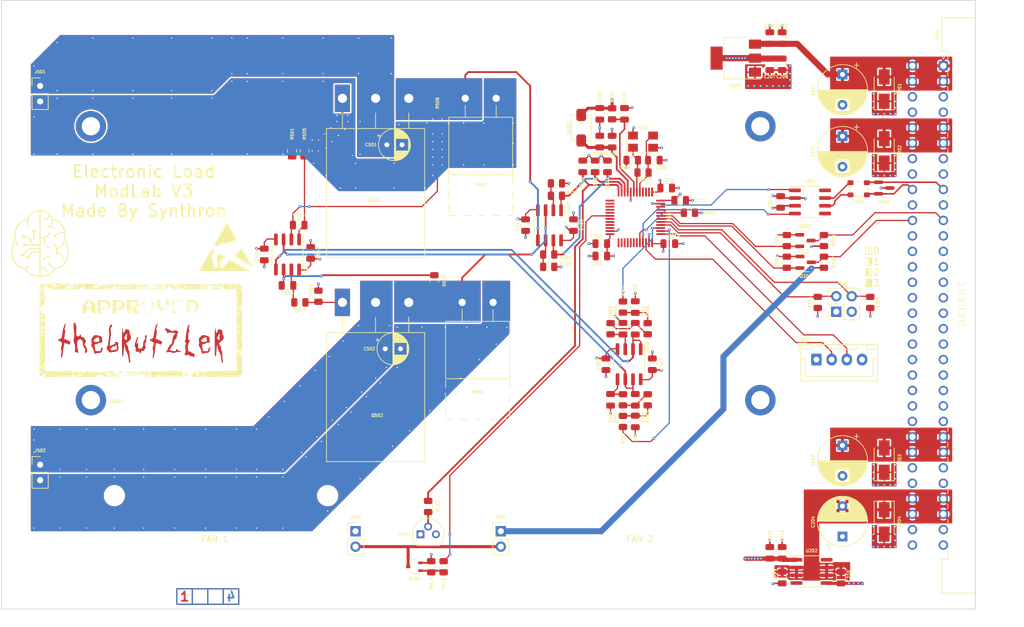
<source format=kicad_pcb>
(kicad_pcb (version 20211014) (generator pcbnew)
  (layers (0 "F.Cu" signal) (1 "In1.Cu" power) (2 "In2.Cu" power) (31 "B.Cu" signal) (34 "B.Paste" user) (35 "F.Paste" user) (36 "B.SilkS" user "B.Silkscreen") (37 "F.SilkS" user "F.Silkscreen") (38 "B.Mask" user) (39 "F.Mask" user) (44 "Edge.Cuts" user))
  (net 0 "")
  (net 1 "+5V")
  (net 2 "GND")
  (net 3 "+24V")
  (net 4 "+15V")
  (net 5 "-15V")
  (net 6 "+3V3")
  (net 7 "-5V")
  (net 8 "Net-(C301-Pad1)")
  (net 9 "Net-(C302-Pad1)")
  (net 10 "Net-(C305-Pad2)")
  (net 11 "Net-(C306-Pad2)")
  (net 12 "/CPU/I_CH1")
  (net 13 "/CPU/I_CH2")
  (net 14 "/CPU/TEMP")
  (net 15 "Net-(C401-Pad1)")
  (net 16 "/Load/I_SET_CH1")
  (net 17 "Net-(C402-Pad1)")
  (net 18 "Net-(C403-Pad1)")
  (net 19 "Net-(C404-Pad1)")
  (net 20 "/Load/I_SET_CH2")
  (net 21 "Net-(C405-Pad1)")
  (net 22 "Net-(C406-Pad1)")
  (net 23 "Net-(C501-Pad1)")
  (net 24 "Net-(C502-Pad1)")
  (net 25 "CAN+")
  (net 26 "CAN-")
  (net 28 "SDA_FM")
  (net 41 "SCL_FM")
  (net 53 "Net-(J301-Pad2)")
  (net 54 "Net-(J301-Pad4)")
  (net 55 "/CPU/SWDIO")
  (net 56 "/CPU/SWCLK")
  (net 57 "Net-(J401-Pad2)")
  (net 58 "Net-(L301-Pad1)")
  (net 59 "Net-(L301-Pad4)")
  (net 60 "SCL")
  (net 61 "SDA")
  (net 62 "Net-(Q401-Pad1)")
  (net 63 "Net-(Q501-Pad1)")
  (net 64 "/Load/I_IN_CH1")
  (net 65 "Net-(Q502-Pad1)")
  (net 66 "/Load/I_IN_CH2")
  (net 67 "Net-(R302-Pad2)")
  (net 68 "/CPU/PWM_CH1")
  (net 69 "Net-(R402-Pad2)")
  (net 70 "Net-(R405-Pad1)")
  (net 71 "/CPU/PWM_CH2")
  (net 72 "Net-(R410-Pad1)")
  (net 73 "/CPU/FAN_EN")
  (net 76 "CAN_Tx")
  (net 77 "CAN_Rx")
  (net 101 "Net-(U501-Pad2)")
  (net 102 "Net-(U501-Pad1)")
  (net 103 "Net-(U501-Pad6)")
  (net 104 "Net-(U501-Pad7)")
  (footprint "Package_TO_SOT_SMD:SOT-23" (layer "F.Cu") (at 191.262 79.502)
    (fp_text reference "Q302")
    (fp_text value "BSS138")
  )
  (footprint "Resistor_SMD:R_0805_2012Metric" (layer "F.Cu") (at 149.098 83.82 180)
    (fp_text reference "R406")
    (fp_text value "10k")
  )
  (footprint "Resistor_SMD:R_0805_2012Metric" (layer "F.Cu") (at 164.592 68.326 180)
    (fp_text reference "R303")
    (fp_text value "1M")
  )
  (footprint "eigene:VG64_Euro" (layer "F.Cu") (at 59.186302 140.035)
    (fp_text reference "J101")
    (fp_text value "DIN41612_02x32_AC")
    (fp_line (start 160 -100) (end 160 0) (layer "Edge.Cuts") (width 0.12))
    (fp_line (start 0 -100) (end 160 -100) (layer "Edge.Cuts") (width 0.12))
    (fp_line (start 0 0) (end 0 -100) (layer "Edge.Cuts") (width 0.12))
    (fp_line (start 160 0) (end 0 0) (layer "Edge.Cuts") (width 0.12))
  )
  (footprint "Capacitor_SMD:C_0805_2012Metric" (layer "F.Cu") (at 145.288 76.962 90)
    (fp_text reference "C410")
    (fp_text value "100n")
  )
  (footprint "Capacitor_SMD:C_0805_2012Metric" (layer "F.Cu") (at 159.258 105.664 -90)
    (fp_text reference "C403")
    (fp_text value "470n")
  )
  (footprint "Capacitor_THT:CP_Radial_D5.0mm_P2.50mm" (layer "F.Cu") (at 122.238888 97.282)
    (fp_text reference "C502")
    (fp_text value "1µ")
  )
  (footprint "Capacitor_SMD:C_0805_2012Metric" (layer "F.Cu") (at 157.734 80.01 180)
    (fp_text reference "C313")
    (fp_text value "100n")
  )
  (footprint "Package_TO_SOT_THT:TO-220F-2_Horizontal_TabUp" (layer "F.Cu") (at 135.382 56.134)
    (fp_text reference "R502")
    (fp_text value "0R1 1% 30W")
  )
  (footprint "Resistor_SMD:R_0805_2012Metric" (layer "F.Cu") (at 131.826 133.096 -90)
    (fp_text reference "R412")
    (fp_text value "22k")
  )
  (footprint "Capacitor_THT:CP_Radial_D8.0mm_P5.00mm" (layer "F.Cu") (at 197.358 52.207349 -90)
    (fp_text reference "C201")
    (fp_text value "100µ")
  )
  (footprint "Connector_PinHeader_2.54mm:PinHeader_1x02_P2.54mm_Vertical" (layer "F.Cu") (at 141.224 127.254)
    (fp_text reference "J401")
    (fp_text value "FAN_1")
  )
  (footprint "Capacitor_THT:CP_Radial_D8.0mm_P5.00mm" (layer "F.Cu") (at 197.358 62.367349 -90)
    (fp_text reference "C202")
    (fp_text value "100µ")
  )
  (footprint "Package_SO:SOIC-8_3.9x4.9mm_P1.27mm" (layer "F.Cu") (at 106.172 81.788 -90)
    (fp_text reference "U501")
    (fp_text value "LM358")
  )
  (footprint "Capacitor_SMD:C_0805_2012Metric" (layer "F.Cu") (at 163.322 109.22 -90)
    (fp_text reference "C402")
    (fp_text value "470n")
  )
  (footprint "Capacitor_SMD:C_0805_2012Metric" (layer "F.Cu") (at 161.29 93.98 90)
    (fp_text reference "C406")
    (fp_text value "470n")
  )
  (footprint "Resistor_SMD:R_0805_2012Metric" (layer "F.Cu") (at 108.204 89.662)
    (fp_text reference "R507")
    (fp_text value "1k")
  )
  (footprint "Capacitor_SMD:C_0805_2012Metric" (layer "F.Cu") (at 187.452 50.546 -90)
    (fp_text reference "C208")
    (fp_text value "1µ")
  )
  (footprint "Capacitor_SMD:C_0805_2012Metric" (layer "F.Cu") (at 166.37 66.294 180)
    (fp_text reference "C305")
    (fp_text value "20p")
  )
  (footprint "Capacitor_SMD:C_0805_2012Metric" (layer "F.Cu") (at 185.42 130.81 90)
    (fp_text reference "C211")
    (fp_text value "100n")
  )
  (footprint "" (layer "F.Cu") (at 146.05 121.412)
    (fp_text reference "")
    (fp_text value "")
  )
  (footprint "Package_SO:SOIC-8_3.9x4.9mm_P1.27mm" (layer "F.Cu") (at 162.306 99.822 -90)
    (fp_text reference "U402")
    (fp_text value "LM2904")
  )
  (footprint "eigene:ladder_4" (layer "F.Cu") (at 87.562 142.748)
    (fp_text reference "")
    (fp_text value "")
  )
  (footprint "Capacitor_THT:CP_Radial_D8.0mm_P5.00mm" (layer "F.Cu") (at 197.358 128.132651 90)
    (fp_text reference "C204")
    (fp_text value "100µ")
  )
  (footprint "Resistor_SMD:R_0805_2012Metric" (layer "F.Cu") (at 150.368 70.104 180)
    (fp_text reference "R411")
    (fp_text value "10k")
  )
  (footprint "Capacitor_SMD:C_0805_2012Metric" (layer "F.Cu") (at 102.362 81.788 90)
    (fp_text reference "C504")
    (fp_text value "100n")
  )
  (footprint "Capacitor_SMD:C_0805_2012Metric" (layer "F.Cu") (at 163.322 93.98 -90)
    (fp_text reference "C404")
    (fp_text value "470n")
  )
  (footprint "Capacitor_SMD:C_0805_2012Metric" (layer "F.Cu") (at 163.322 90.424 90)
    (fp_text reference "C405")
    (fp_text value "470n")
  )
  (footprint "Capacitor_SMD:C_0805_2012Metric" (layer "F.Cu") (at 108.016 76.962)
    (fp_text reference "C505")
    (fp_text value "1n")
  )
  (footprint "Resistor_SMD:R_0805_2012Metric" (layer "F.Cu") (at 188.214 79.502 90)
    (fp_text reference "R308")
    (fp_text value "4k7")
  )
  (footprint "Resistor_SMD:R_0805_2012Metric" (layer "F.Cu") (at 161.29 105.664 90)
    (fp_text reference "R404")
    (fp_text value "22k")
  )
  (footprint "Capacitor_SMD:C_0805_2012Metric" (layer "F.Cu") (at 161.544 58.674 90)
    (fp_text reference "C301")
    (fp_text value "100n")
  )
  (footprint "Resistor_SMD:R_0805_2012Metric" (layer "F.Cu") (at 130.81 59.69 90)
    (fp_text reference "R506")
    (fp_text value "1k")
  )
  (footprint "Capacitor_SMD:C_0805_2012Metric" (layer "F.Cu") (at 197.104 134.874 -90)
    (fp_text reference "C210")
    (fp_text value "100n")
  )
  (footprint "Capacitor_SMD:C_0805_2012Metric" (layer "F.Cu") (at 170.688 72.898)
    (fp_text reference "C311")
    (fp_text value "100n")
  )
  (footprint "eigene:SRF3225TAC" (layer "F.Cu") (at 198.173 72.395)
    (fp_text reference "L301")
    (fp_text value "SRF3225TAC-101Y")
  )
  (footprint "TheBrutzlers_Lib:thebrutzler_approved_small02" (layer "F.Cu") (at 82.042 94.234)
    (fp_text reference "G***" hide)
    (fp_text value "LOGO" hide)
  )
  (footprint "Resistor_SMD:R_0805_2012Metric" (layer "F.Cu") (at 193.294 89.662 -90)
    (fp_text reference "R304")
    (fp_text value "10k")
  )
  (footprint "" (layer "F.Cu") (at 112.776 135.128)
    (fp_text reference "")
    (fp_text value "")
  )
  (footprint "Resistor_SMD:R_0805_2012Metric" (layer "F.Cu") (at 165.354 105.664 90)
    (fp_text reference "R403")
    (fp_text value "22k")
  )
  (footprint "Resistor_SMD:R_0805_2012Metric" (layer "F.Cu") (at 172.212 74.93 180)
    (fp_text reference "R302")
    (fp_text value "100")
  )
  (footprint "Resistor_SMD:R_0805_2012Metric" (layer "F.Cu") (at 150.368 72.136)
    (fp_text reference "R410")
    (fp_text value "10k")
  )
  (footprint "Capacitor_SMD:C_0805_2012Metric" (layer "F.Cu") (at 158.75 67.31 90)
    (fp_text reference "C307")
    (fp_text value "1n")
  )
  (footprint "Package_TO_SOT_SMD:SOT-323_SC-70" (layer "F.Cu") (at 127 133.096 180)
    (fp_text reference "Q401")
    (fp_text value "DMG 1012UW7 DII")
  )
  (footprint "Capacitor_THT:CP_Radial_D5.0mm_P2.50mm" (layer "F.Cu") (at 122.492888 63.754)
    (fp_text reference "C501")
    (fp_text value "1µ")
  )
  (footprint "Capacitor_SMD:C_0805_2012Metric" (layer "F.Cu") (at 154.686 67.31 90)
    (fp_text reference "C309")
    (fp_text value "1n")
  )
  (footprint "Capacitor_SMD:C_0805_2012Metric" (layer "F.Cu") (at 162.814 66.294)
    (fp_text reference "C306")
    (fp_text value "20p")
  )
  (footprint "Package_TO_SOT_THT:TO-247-3_Horizontal_TabUp" (layer "F.Cu") (at 115.2 56.134)
    (fp_text reference "Q501")
    (fp_text value "IRFP044N")
  )
  (footprint "Resistor_SMD:R_0805_2012Metric" (layer "F.Cu") (at 201.93 89.662 -90)
    (fp_text reference "R305")
    (fp_text value "10k")
  )
  (footprint "Connector_PinHeader_2.54mm:PinHeader_2x02_P2.54mm_Vertical" (layer "F.Cu") (at 196.337 91.191 90)
    (fp_text reference "J301")
    (fp_text value "Address")
  )
  (footprint "Resistor_SMD:R_0805_2012Metric" (layer "F.Cu") (at 188.214 83.058 90)
    (fp_text reference "R306")
    (fp_text value "4k7")
  )
  (footprint "Resistor_SMD:R_0805_2012Metric" (layer "F.Cu") (at 130.302 86.106 -90)
    (fp_text reference "R508")
    (fp_text value "1k")
  )
  (footprint "Capacitor_SMD:C_0805_2012Metric" (layer "F.Cu") (at 158.496 99.822 90)
    (fp_text reference "C409")
    (fp_text value "100n")
  )
  (footprint "Package_TO_SOT_SMD:SOT-23" (layer "F.Cu") (at 191.306 83.066)
    (fp_text reference "Q301")
    (fp_text value "BSS138")
  )
  (footprint "Capacitor_SMD:C_0805_2012Metric" (layer "F.Cu") (at 187.452 46.228 90)
    (fp_text reference "C205")
    (fp_text value "1µ")
  )
  (footprint "Resistor_SMD:R_0805_2012Metric" (layer "F.Cu") (at 161.29 90.424 -90)
    (fp_text reference "R407")
    (fp_text value "22k")
  )
  (footprint "Connector_PinHeader_2.54mm:PinHeader_1x02_P2.54mm_Vertical" (layer "F.Cu") (at 65.532 54.097)
    (fp_text reference "J501")
    (fp_text value "IN_1")
  )
  (footprint "Resistor_SMD:R_0805_2012Metric" (layer "F.Cu") (at 108.966 64.77 90)
    (fp_text reference "R505")
    (fp_text value "1k")
  )
  (footprint "Capacitor_SMD:C_0805_2012Metric" (layer "F.Cu") (at 163.322 105.664 90)
    (fp_text reference "C401")
    (fp_text value "470n")
  )
  (footprint "eigene:logo" (layer "F.Cu") (at 65.532 80.01)
    (fp_text reference "G***" hide)
    (fp_text value "LOGO" hide)
  )
  (footprint "Connector_JST:JST_XH_B4B-XH-A_1x04_P2.50mm_Vertical" (layer "F.Cu") (at 193.08 99.06)
    (fp_text reference "J302")
    (fp_text value "SWD")
  )
  (footprint "Package_QFP:LQFP-48_7x7mm_P0.5mm" (layer "F.Cu") (at 163.322 75.692 -90)
    (fp_text reference "U302")
    (fp_text value "STM32F103C8Tx")
  )
  (footprint "" (layer "F.Cu") (at 146.05 135.128)
    (fp_text reference "")
    (fp_text value "")
  )
  (footprint "Resistor_SMD:R_0805_2012Metric" (layer "F.Cu") (at 194.31 83.058 -90)
    (fp_text reference "R307")
    (fp_text value "4k7")
  )
  (footprint "Package_TO_SOT_THT:TO-220F-2_Horizontal_TabUp" (layer "F.Cu") (at 134.874 89.662)
    (fp_text reference "R504")
    (fp_text value "0R1 1% 30W")
  )
  (footprint "Capacitor_SMD:C_0805_2012Metric" (layer "F.Cu") (at 187.452 130.81 90)
    (fp_text reference "C212")
    (fp_text value "1µ")
  )
  (footprint "Resistor_SMD:R_0805_2012Metric" (layer "F.Cu") (at 165.354 93.98 -90)
    (fp_text reference "R408")
    (fp_text value "22k")
  )
  (footprint "Capacitor_SMD:C_0805_2012Metric" (layer "F.Cu") (at 168.91 80.01)
    (fp_text reference "C314")
    (fp_text value "100n")
  )
  (footprint "Diode_SMD:D_SMA" (layer "F.Cu") (at 204.216 54.61 90)
    (fp_text reference "D201")
    (fp_text value "SMAJ5,0A")
  )
  (footprint "Resistor_SMD:R_0805_2012Metric" (layer "F.Cu") (at 159.258 93.98 -90)
    (fp_text reference "R409")
    (fp_text value "22k")
  )
  (footprint "Resistor_SMD:R_0805_2012Metric" (layer "F.Cu") (at 161.29 109.22 90)
    (fp_text reference "R401")
    (fp_text value "22k")
  )
  (footprint "Connector_PinHeader_2.54mm:PinHeader_1x02_P2.54mm_Vertical" (layer "F.Cu") (at 65.532 116.327)
    (fp_text reference "J502")
    (fp_text value "IN_2")
  )
  (footprint "Symbol:ESD-Logo_8.9x8mm_SilkScreen" (layer "F.Cu") (at 96.012 80.518)
    (fp_text reference "REF**" hide)
    (fp_text value "ESD-Logo_8.9x8mm_SilkScreen" hide)
  )
  (footprint "" (layer "F.Cu") (at 181.102 135.128)
    (fp_text reference "")
    (fp_text value "")
  )
  (footprint "Diode_SMD:D_SMA" (layer "F.Cu") (at 204.216 115.57 90)
    (fp_text reference "D203")
    (fp_text value "P6SMB16")
  )
  (footprint "Capacitor_SMD:C_0805_2012Metric" (layer "F.Cu") (at 166.116 99.822 90)
    (fp_text reference "C407")
    (fp_text value "100n")
  )
  (footprint "Capacitor_SMD:C_0805_2012Metric" (layer "F.Cu") (at 185.42 50.546 -90)
    (fp_text reference "C207")
    (fp_text value "100n")
  )
  (footprint "Resistor_SMD:R_0805_2012Metric" (layer "F.Cu") (at 194.31 79.502 -90)
    (fp_text reference "R309")
    (fp_text value "4k7")
  )
  (footprint "Capacitor_SMD:C_0805_2012Metric" (layer "F.Cu") (at 187.452 134.874 -90)
    (fp_text reference "C209")
    (fp_text value "1µ")
  )
  (footprint "Package_SO:SOIC-8_3.9x4.9mm_P1.27mm" (layer "F.Cu") (at 192.278 133.858)
    (fp_text reference "U202")
    (fp_text value "L79L05_SO8")
  )
  (footprint "Capacitor_SMD:C_0805_2012Metric" (layer "F.Cu") (at 109.982 81.534 90)
    (fp_text reference "C503")
    (fp_text value "100n")
  )
  (footprint "Diode_SMD:D_SMA" (layer "F.Cu") (at 204.216 125.73 -90)
    (fp_text reference "D204")
    (fp_text value "P6SMB16")
  )
  (footprint "Package_TO_SOT_SMD:SOT-23" (layer "F.Cu") (at 204.216 70.866)
    (fp_text reference "D301")
    (fp_text value "CDSOT23-T24-Q")
  )
  (footprint "Diode_SMD:D_SMA" (layer "F.Cu") (at 204.216 64.77 90)
    (fp_text reference "D202")
    (fp_text value "P6SMB26")
  )
  (footprint "Capacitor_SMD:C_0805_2012Metric" (layer "F.Cu") (at 187.198 73.152 90)
    (fp_text reference "C310")
    (fp_text value "100n")
  )
  (footprint "Capacitor_SMD:C_0805_2012Metric" (layer "F.Cu") (at 157.48 58.674 -90)
    (fp_text reference "C304")
    (fp_text value "1µ")
  )
  (footprint "Capacitor_SMD:C_0805_2012Metric" (layer "F.Cu") (at 106.172 86.868)
    (fp_text reference "C506")
    (fp_text value "1n")
  )
  (footprint "" (layer "F.Cu") (at 112.776 121.412)
    (fp_text reference "")
    (fp_text value "")
  )
  (footprint "Capacitor_SMD:C_0805_2012Metric" (layer "F.Cu") (at 168.402 70.866)
    (fp_text reference "C312")
    (fp_text value "100n")
  )
  (footprint "Connector_PinHeader_2.54mm:PinHeader_1x02_P2.54mm_Vertical" (layer "F.Cu") (at 117.348 127.254)
    (fp_text reference "J402")
    (fp_text value "FAN_2")
  )
  (footprint "eigene:SK-03" (layer "F.Cu") (at 68.873 120.717)
    (fp_text reference "HS501")
    (fp_text value "SK 03 Heatsink")
  )
  (footprint "Capacitor_SMD:C_0805_2012Metric" (layer "F.Cu") (at 153.162 76.962 90)
    (fp_text reference "C408")
    (fp_text value "100n")
  )
  (footprint "Resistor_SMD:R_0805_2012Metric" (layer "F.Cu") (at 129.286 123.19 -90)
    (fp_text reference "R402")
    (fp_text value "2k")
  )
  (footprint "Resistor_SMD:R_0805_2012Metric" (layer "F.Cu") (at 159.512 58.674 90)
    (fp_text reference "R301")
    (fp_text value "10k")
  )
  (footprint "Capacitor_SMD:C_0805_2012Metric" (layer "F.Cu") (at 185.42 46.228 90)
    (fp_text reference "C206")
    (fp_text value "100n")
  )
  (footprint "" (layer "F.Cu") (at 77.724 121.412)
    (fp_text reference "")
    (fp_text value "")
  )
  (footprint "Package_SO:SOIC-8_3.9x4.9mm_P1.27mm" (layer "F.Cu") (at 149.22 76.994 -90)
    (fp_text reference "U403")
    (fp_text value "LM2904")
  )
  (footprint "Capacitor_SMD:C_0805_2012Metric" (layer "F.Cu") (at 157.734 82.042 180)
    (fp_text reference "C315")
    (fp_text value "4µ7")
  )
  (footprint "Package_TO_SOT_SMD:SOT-223-3_TabPin2" (layer "F.Cu") (at 179.832 49.53 180)
    (fp_text reference "U201")
    (fp_text value "AP1117-33")
  )
  (footprint "Package_SO:SOIC-8_3.9x4.9mm_P1.27mm" (layer "F.Cu") (at 192.024 73.152)
    (fp_text reference "U301")
    (fp_text value "SN65HVD232")
  )
  (footprint "Capacitor_THT:CP_Radial_D8.0mm_P5.00mm" (layer "F.Cu") (at 197.358 113.167349 -90)
    (fp_text reference "C203")
    (fp_text value "100µ")
  )
  (footprint "Resistor_SMD:R_0805_2012Metric" (layer "F.Cu") (at 111.252 88.646 90)
    (fp_text reference "R503")
    (fp_text value "10k")
  )
  (footprint "Package_TO_SOT_THT:TO-92" (layer "F.Cu") (at 128.016 127.7645)
    (fp_text reference "U401")
    (fp_text value "LM35-LP")
  )
  (footprint "" (layer "F.Cu") (at 181.102 121.412)
    (fp_text reference "")
    (fp_text value "")
  )
  (footprint "Resistor_SMD:R_0805_2012Metric" (layer "F.Cu") (at 129.794 133.096 -90)
    (fp_text reference "R413")
    (fp_text value "22k")
  )
  (footprint "eigene:SMB-001" (layer "F.Cu") (at 154.432 60.96 90)
    (fp_text reference "FB301")
    (fp_text value "SMB-001")
  )
  (footprint "Capacitor_SMD:C_0805_2012Metric" (layer "F.Cu") (at 159.512 63.246 90)
    (fp_text reference "C302")
    (fp_text value "100n")
  )
  (footprint "Crystal:Crystal_SMD_5032-4Pin_5.0x3.2mm" (layer "F.Cu") (at 164.592 63.246)
    (fp_text reference "Y301")
    (fp_text value "12MHz")
  )
  (footprint "Package_TO_SOT_THT:TO-247-3_Horizontal_TabUp" (layer "F.Cu") (at 115.2 89.662)
    (fp_text reference "Q502")
    (fp_text value "IRFP044N")
  )
  (footprint "" (layer "F.Cu") (at 77.724 135.128)
    (fp_text reference "")
    (fp_text value "")
  )
  (footprint "Capacitor_SMD:C_0805_2012Metric" (layer "F.Cu") (at 157.48 63.246 90)
    (fp_text reference "C303")
    (fp_text value "1µ")
  )
  (footprint "Capacitor_SMD:C_0805_2012Metric" (layer "F.Cu") (at 156.718 67.31 90)
    (fp_text reference "C308")
    (fp_text value "1n")
  )
  (footprint "Resistor_SMD:R_0805_2012Metric" (layer "F.Cu") (at 106.934 64.77 -90)
    (fp_text reference "R501")
    (fp_text value "10k")
  )
  (footprint "Resistor_SMD:R_0805_2012Metric" (layer "F.Cu") (at 149.098 81.788)
    (fp_text reference "R405")
    (fp_text value "10k")
  )
  (gr_rect (start 201.676 85.344) (end 201.168 84.074) (layer "F.SilkS") (width 0.1) (fill solid))
  (gr_rect (start 202.184 87.122) (end 201.676 85.852) (layer "F.SilkS") (width 0.1) (fill solid))
  (gr_rect (start 201.676 81.788) (end 201.168 80.518) (layer "F.SilkS") (width 0.1) (fill none))
  (gr_rect (start 202.184 81.788) (end 201.676 80.518) (layer "F.SilkS") (width 0.1) (fill none))
  (gr_rect (start 202.184 85.344) (end 201.676 84.074) (layer "F.SilkS") (width 0.1) (fill none))
  (gr_rect (start 201.676 87.122) (end 201.168 85.852) (layer "F.SilkS") (width 0.1) (fill solid))
  (gr_rect (start 202.184 83.566) (end 201.676 82.296) (layer "F.SilkS") (width 0.1) (fill solid))
  (gr_rect (start 201.676 83.566) (end 201.168 82.296) (layer "F.SilkS") (width 0.1) (fill none))
  (gr_text "0\n1\n2\n3" (at 202.946 83.82) (layer "F.SilkS") (effects (font (size 1.1 1))))
  (gr_text "FAN 2" (at 164.084 128.524) (layer "F.SilkS") (effects (font (size 1 1))))
  (gr_text "JLCJLCJLC" (at 216.916 89.916 90) (layer "F.SilkS") (effects (font (size 1 1) (thickness 0.1))))
  (gr_text "FAN 1" (at 94.234 128.524) (layer "F.SilkS") (effects (font (size 1 1))))
  (gr_text "Electronic Load\nModLab V3\nMade By Synthron" (at 82.55 71.374) (layer "F.SilkS") (effects (font (size 2 2) (thickness 0.3))))
  (segment (start 194.955349 52.207349) (end 189.926 47.178) (width 1) (layer "F.Cu") (net 1))
  (segment (start 187.452 47.178) (end 183.034 47.178) (width 1) (layer "F.Cu") (net 1))
  (segment (start 192.3815 80.4145) (end 192.278 80.518) (width 0.25) (layer "F.Cu") (net 1))
  (segment (start 183.034 47.178) (end 182.982 47.23) (width 1) (layer "F.Cu") (net 1))
  (segment (start 197.358 52.207349) (end 194.955349 52.207349) (width 1) (layer "F.Cu") (net 1))
  (segment (start 192.3815 83.9705) (end 192.278 84.074) (width 0.25) (layer "F.Cu") (net 1))
  (segment (start 194.31 83.9705) (end 192.3815 83.9705) (width 0.25) (layer "F.Cu") (net 1))
  (segment (start 194.31 80.4145) (end 192.3815 80.4145) (width 0.25) (layer "F.Cu") (net 1))
  (segment (start 189.926 47.178) (end 187.452 47.178) (width 1) (layer "F.Cu") (net 1))
  (via (at 192.278 84.074) (size 0.46) (drill 0.2) (layers "F.Cu" "B.Cu") (net 1))
  (via (at 192.278 80.518) (size 0.46) (drill 0.2) (layers "F.Cu" "B.Cu") (net 1))
  (segment (start 192.278 84.074) (end 177.8 98.552) (width 1) (layer "B.Cu") (net 1))
  (segment (start 157.734 127.254) (end 141.224 127.254) (width 1) (layer "B.Cu") (net 1))
  (segment (start 177.8 98.552) (end 177.8 107.188) (width 1) (layer "B.Cu") (net 1))
  (segment (start 177.8 107.188) (end 157.734 127.254) (width 1) (layer "B.Cu") (net 1))
  (segment (start 158.75 66.36) (end 158.562 66.36) (width 0.2) (layer "F.Cu") (net 2))
  (segment (start 185.42 129.86) (end 185.42 128.778) (width 0.25) (layer "F.Cu") (net 2))
  (segment (start 162.748 57.724) (end 162.814 57.658) (width 0.2) (layer "F.Cu") (net 2))
  (segment (start 197.104 135.824) (end 198.44 135.824) (width 0.5) (layer "F.Cu") (net 2))
  (segment (start 185.994 135.824) (end 185.928 135.89) (width 0.25) (layer "F.Cu") (net 2))
  (segment (start 161.102 93.03) (end 160.02 91.948) (width 0.2) (layer "F.Cu") (net 2))
  (segment (start 187.452 45.278) (end 187.452 44.196) (width 0.3) (layer "F.Cu") (net 2))
  (segment (start 159.512 62.296) (end 159.512 61.214) (width 0.2) (layer "F.Cu") (net 2))
  (segment (start 201.93 90.5745) (end 201.93 91.948) (width 0.2) (layer "F.Cu") (net 2))
  (segment (start 163.322 110.17) (end 163.322 111.506) (width 0.2) (layer "F.Cu") (net 2))
  (segment (start 167.4845 73.442) (end 166.152 73.442) (width 0.2) (layer "F.Cu") (net 2))
  (segment (start 156.784 80.01) (end 155.702 80.01) (width 0.2) (layer "F.Cu") (net 2))
  (segment (start 189.549 72.517) (end 191.135 72.517) (width 0.25) (layer "F.Cu") (net 2))
  (segment (start 156.906 66.36) (end 157.734 65.532) (width 0.2) (layer "F.Cu") (net 2))
  (segment (start 197.104 135.824) (end 194.814 135.824) (width 0.5) (layer "F.Cu") (net 2))
  (segment (start 156.53 66.36) (end 155.702 65.532) (width 0.2) (layer "F.Cu") (net 2))
  (segment (start 160.31 77.942) (end 160.528 77.724) (width 0.2) (layer "F.Cu") (net 2))
  (segment (start 185.42 45.278) (end 185.42 44.196) (width 0.3) (layer "F.Cu") (net 2))
  (segment (start 157.48 62.296) (end 157.48 60.96) (width 0.2) (layer "F.Cu") (net 2))
  (segment (start 165.572 79.8545) (end 165.572 78.522) (width 0.2) (layer "F.Cu") (net 2))
  (segment (start 154.686 66.36) (end 154.874 66.36) (width 0.2) (layer "F.Cu") (net 2))
  (segment (start 199.202 135.824) (end 199.964 135.824) (width 0.5) (layer "F.Cu") (net 2))
  (segment (start 153.162 76.012) (end 153.162 74.93) (width 0.2) (layer "F.Cu") (net 2))
  (segment (start 167.624 64.246) (end 167.64 64.262) (width 0.2) (layer "F.Cu") (net 2))
  (segment (start 161.29 93.03) (end 161.102 93.03) (width 0.2) (layer "F.Cu") (net 2))
  (segment (start 159.1595 77.942) (end 160.31 77.942) (width 0.2) (layer "F.Cu") (net 2))
  (segment (start 200.594 135.824) (end 200.66 135.89) (width 0.5) (layer "F.Cu") (net 2))
  (segment (start 158.562 66.36) (end 157.734 65.532) (width 0.2) (layer "F.Cu") (net 2))
  (segment (start 205.1535 70.866) (end 203.708 70.866) (width 0.25) (layer "F.Cu") (net 2))
  (segment (start 128 132.446) (end 129.5315 132.446) (width 0.3) (layer "F.Cu") (net 2))
  (segment (start 167.32 66.294) (end 168.402 66.294) (width 0.2) (layer "F.Cu") (net 2))
  (segment (start 166.116 98.872) (end 166.116 97.79) (width 0.2) (layer "F.Cu") (net 2))
  (segment (start 157.48 59.624) (end 157.48 60.96) (width 0.2) (layer "F.Cu") (net 2))
  (segment (start 187.513 72.517) (end 187.198 72.202) (width 0.25) (layer "F.Cu") (net 2))
  (segment (start 154.874 66.36) (end 155.702 65.532) (width 0.2) (layer "F.Cu") (net 2))
  (segment (start 151.2805 70.104) (end 152.4 70.104) (width 0.2) (layer "F.Cu") (net 2))
  (segment (start 165.572 78.522) (end 165.608 78.486) (width 0.2) (layer "F.Cu") (net 2))
  (segment (start 129.794 132.1835) (end 129.794 131.064) (width 0.2) (layer "F.Cu") (net 2))
  (segment (start 187.452 135.824) (end 185.994 135.824) (width 0.25) (layer "F.Cu") (net 2))
  (segment (start 194.814 135.824) (end 194.753 135.763) (width 0.5) (layer "F.Cu") (net 2))
  (segment (start 129.5315 132.446) (end 129.794 132.1835) (width 0.3) (layer "F.Cu") (net 2))
  (segment (start 162.572 71.5295) (end 162.572 72.886) (width 0.2) (layer "F.Cu") (net 2))
  (segment (start 169.86 80.01) (end 171.196 80.01) (width 0.2) (layer "F.Cu") (net 2))
  (segment (start 199.964 135.824) (end 200.594 135.824) (width 0.5) (layer "F.Cu") (net 2))
  (segment (start 162.942 61.086) (end 163.068 60.96) (width 0.2) (layer "F.Cu") (net 2))
  (segment (start 173.1245 74.93) (end 174.244 74.93) (width 0.2) (layer "F.Cu") (net 2))
  (segment (start 171.638 72.898) (end 172.72 72.898) (width 0.2) (layer "F.Cu") (net 2))
  (segment (start 191.135 72.517) (end 191.262 72.644) (width 0.25) (layer "F.Cu") (net 2))
  (segment (start 187.452 129.86) (end 187.452 128.778) (width 0.25) (layer "F.Cu") (net 2))
  (segment (start 163.322 89.474) (end 163.322 88.138) (width 0.2) (layer "F.Cu") (net 2))
  (segment (start 150.0105 83.82) (end 151.13 83.82) (width 0.2) (layer "F.Cu") (net 2))
  (segment (start 156.784 82.042) (end 155.702 82.042) (width 0.2) (layer "F.Cu") (net 2))
  (segment (start 161.544 57.724) (end 162.748 57.724) (width 0.2) (layer "F.Cu") (net 2))
  (segment (start 198.44 135.824) (end 199.202 135.824) (width 0.5) (layer "F.Cu") (net 2))
  (segment (start 166.242 64.246) (end 167.624 64.246) (width 0.2) (layer "F.Cu") (net 2))
  (segment (start 156.718 66.36) (end 156.53 66.36) (width 0.2) (layer "F.Cu") (net 2))
  (segment (start 162.942 62.246) (end 162.942 61.086) (width 0.2) (layer "F.Cu") (net 2))
  (segment (start 161.864 67.498) (end 161.798 67.564) (width 0.2) (layer "F.Cu") (net 2))
  (segment (start 161.864 66.294) (end 161.864 67.498) (width 0.2) (layer "F.Cu") (net 2))
  (segment (start 156.718 66.36) (end 156.906 66.36) (width 0.2) (layer "F.Cu") (net 2))
  (segment (start 111.252 87.7335) (end 111.252 86.614) (width 0.2) (layer "F.Cu") (net 2))
  (segment (start 185.994 72.202) (end 185.928 72.136) (width 0.25) (layer "F.Cu") (net 2))
  (segment (start 169.352 70.866) (end 170.434 70.866) (width 0.2) (layer "F.Cu") (net 2))
  (segment (start 187.198 72.202) (end 185.994 72.202) (width 0.25) (layer "F.Cu") (net 2))
  (segment (start 162.572 72.886) (end 162.56 72.898) (width 0.2) (layer "F.Cu") (net 2))
  (segment (start 145.288 77.912) (end 145.288 78.994) (width 0.2) (layer "F.Cu") (net 2))
  (segment (start 158.496 100.772) (end 158.496 101.854) (width 0.2) (layer "F.Cu") (net 2))
  (segment (start 189.549 72.517) (end 187.513 72.517) (width 0.25) (layer "F.Cu") (net 2))
  (segment (start 166.152 73.442) (end 166.116 73.406) (width 0.2) (layer "F.Cu") (net 2))
  (segment (start 159.258 106.614) (end 159.258 107.95) (width 0.2) (layer "F.Cu") (net 2))
  (segment (start 102.362 82.738) (end 102.362 83.82) (width 0.2) (layer "F.Cu") (net 2))
  (segment (start 193.294 90.5745) (end 193.294 91.948) (width 0.2) (layer "F.Cu") (net 2))
  (segment (start 109.982 80.584) (end 109.982 79.502) (width 0.2) (layer "F.Cu") (net 2))
  (via (at 152.4 70.104) (size 0.46) (drill 0.2) (layers "F.Cu" "B.Cu") (net 2))
  (via (at 185.42 44.196) (size 0.46) (drill 0.2) (layers "F.Cu" "B.Cu") (net 2))
  (via (at 130.048 61.976) (size 0.46) (drill 0.2) (layers "F.Cu" "B.Cu") (net 2))
  (via (at 131.572 65.786) (size 0.46) (drill 0.2) (layers "F.Cu" "B.Cu") (net 2))
  (via (at 202.438 116.332) (size 0.46) (drill 0.2) (layers "F.Cu" "B.Cu") (net 2))
  (via (at 105.41 126.746) (size 0.46) (drill 0.2) (layers "F.Cu" "B.Cu") (net 2))
  (via (at 185.928 72.136) (size 0.46) (drill 0.2) (layers "F.Cu" "B.Cu") (net 2))
  (via (at 202.438 68.834) (size 0.46) (drill 0.2) (layers "F.Cu" "B.Cu") (net 2))
  (via (at 166.116 73.406) (size 0.46) (drill 0.2) (layers "F.Cu" "B.Cu") (net 2))
  (via (at 87.122 65.278) (size 0.46) (drill 0.2) (layers "F.Cu" "B.Cu") (net 2))
  (via (at 200.66 135.89) (size 0.46) (drill 0.2) (layers "F.Cu" "B.Cu") (net 2))
  (via (at 205.994 58.674) (size 0.46) (drill 0.2) (layers "F.Cu" "B.Cu") (net 2))
  (via (at 112.522 64.262) (size 0.46) (drill 0.2) (layers "F.Cu" "B.Cu") (net 2))
  (via (at 202.438 118.618) (size 0.46) (drill 0.2) (layers "F.Cu" "B.Cu") (net 2))
  (via (at 114.3 58.928) (size 0.46) (drill 0.2) (layers "F.Cu" "B.Cu") (net 2))
  (via (at 151.13 83.82) (size 0.46) (drill 0.2) (layers "F.Cu" "B.Cu") (net 2))
  (via (at 105.41 118.364) (size 0.46) (drill 0.2) (layers "F.Cu" "B.Cu") (net 2))
  (via (at 202.438 65.532) (size 0.46) (drill 0.2) (layers "F.Cu" "B.Cu") (net 2))
  (via (at 68.834 118.364) (size 0.46) (drill 0.2) (layers "F.Cu" "B.Cu") (net 2))
  (via (at 199.202 135.824) (size 0.46) (drill 0.2) (layers "F.Cu" "B.Cu") (net 2))
  (via (at 93.726 65.278) (size 0.46) (drill 0.2) (layers "F.Cu" "B.Cu") (net 2))
  (via (at 187.452 44.196) (size 0.46) (drill 0.2) (layers "F.Cu" "B.Cu") (net 2))
  (via (at 114.554 62.23) (size 0.46) (drill 0.2) (layers "F.Cu" "B.Cu") (net 2))
  (via (at 132.08 93.726) (size 0.46) (drill 0.2) (layers "F.Cu" "B.Cu") (net 2))
  (via (at 160.02 91.948) (size 0.46) (drill 0.2) (layers "F.Cu" "B.Cu") (net 2))
  (via (at 205.994 66.802) (size 0.46) (drill 0.2) (layers "F.Cu" "B.Cu") (net 2))
  (via (at 202.438 127.762) (size 0.46) (drill 0.2) (layers "F.Cu" "B.Cu") (net 2))
  (via (at 138.43 60.198) (size 0.46) (drill 0.2) (layers "F.Cu" "B.Cu") (net 2))
  (via (at 183.896 54.102) (size 0.46) (drill 0.2) (layers "F.Cu" "B.Cu") (net 2))
  (via (at 82.55 118.364) (size 0.46) (drill 0.2) (layers "F.Cu" "B.Cu") (net 2))
  (via (at 161.798 67.564) (size 0.46) (drill 0.2) (layers "F.Cu" "B.Cu") (net 2))
  (via (at 113.538 63.246) (size 0.46) (drill 0.2) (layers "F.Cu" "B.Cu") (net 2))
  (via (at 205.232 68.834) (size 0.46) (drill 0.2) (layers "F.Cu" "B.Cu") (net 2))
  (via (at 198.44 135.824) (size 0.46) (drill 0.2) (layers "F.Cu" "B.Cu") (net 2))
  (via (at 117.348 70.866) (size 0.46) (drill 0.2) (layers "F.Cu" "B.Cu") (net 2))
  (via (at 101.092 118.364) (size 0.46) (drill 0.2) (layers "F.Cu" "B.Cu") (net 2))
  (via (at 202.438 117.602) (size 0.46) (drill 0.2) (layers "F.Cu" "B.Cu") (net 2))
  (via (at 143.256 63.5) (size 0.46) (drill 0.2) (layers "F.Cu" "B.Cu") (net 2))
  (via (at 77.724 126.746) (size 0.46) (drill 0.2) (layers "F.Cu" "B.Cu") (net 2))
  (via (at 123.444 113.284) (size 0.46) (drill 0.2) (layers "F.Cu" "B.Cu") (net 2))
  (via (at 135.636 93.726) (size 0.46) (drill 0.2) (layers "F.Cu" "B.Cu") (net 2))
  (via (at 111.252 64.77) (size 0.46) (drill 0.2) (layers "F.Cu" "B.Cu") (net 2))
  (via (at 130.048 64.516) (size 0.46) (drill 0.2) (layers "F.Cu" "B.Cu") (net 2))
  (via (at 129.032 60.198) (size 0.46) (drill 0.2) (layers "F.Cu" "B.Cu") (net 2))
  (via (at 64.516 59.182) (size 0.46) (drill 0.2) (layers "F.Cu" "B.Cu") (net 2))
  (via (at 185.928 54.102) (size 0.46) (drill 0.2) (layers "F.Cu" "B.Cu") (net 2))
  (via (at 205.994 129.794) (size 0.46) (drill 0.2) (layers "F.Cu" "B.Cu") (net 2))
  (via (at 205.994 128.778) (size 0.46) (drill 0.2) (layers "F.Cu" "B.Cu") (net 2))
  (via (at 205.994 55.372) (size 0.46) (drill 0.2) (layers "F.Cu" "B.Cu") (net 2))
  (via (at 168.402 66.294) (size 0.46) (drill 0.2) (layers "F.Cu" "B.Cu") (net 2))
  (via (at 155.702 82.042) (size 0.46) (drill 0.2) (layers "F.Cu" "B.Cu") (net 2))
  (via (at 205.994 65.532) (size 0.46) (drill 0.2) (layers "F.Cu" "B.Cu") (net 2))
  (via (at 204.216 129.794) (size 0.46) (drill 0.2) (layers "F.Cu" "B.Cu") (net 2))
  (via (at 117.348 66.802) (size 0.46) (drill 0.2) (layers "F.Cu" "B.Cu") (net 2))
  (via (at 205.994 57.658) (size 0.46) (drill 0.2) (layers "F.Cu" "B.Cu") (net 2))
  (via (at 118.11 118.618) (size 0.46) (drill 0.2) (layers "F.Cu" "B.Cu") (net 2))
  (via (at 130.048 68.834) (size 0.46) (drill 0.2) (layers "F.Cu" "B.Cu") (net 2))
  (via (at 199.964 135.824) (size 0.46) (drill 0.2) (layers "F.Cu" "B.Cu") (net 2))
  (via (at 124.46 60.452) (size 0.46) (drill 0.2) (layers "F.Cu" "B.Cu") (net 2))
  (via (at 188.722 54.102) (size 0.46) (drill 0.2) (layers "F.Cu" "B.Cu") (net 2))
  (via (at 87.63 118.364) (size 0.46) (drill 0.2) (layers "F.Cu" "B.Cu") (net 2))
  (via (at 105.41 65.278) (size 0.46) (drill 0.2) (layers "F.Cu" "B.Cu") (net 2))
  (via (at 174.244 74.93) (size 0.46) (drill 0.2) (layers "F.Cu" "B.Cu") (net 2))
  (via (at 202.438 129.794) (size 0.46) (drill 0.2) (layers "F.Cu" "B.Cu") (net 2))
  (via (at 93.726 56.134) (size 0.46) (drill 0.2) (layers "F.Cu" "B.Cu") (net 2))
  (via (at 68.326 65.278) (size 0.46) (drill 0.2) (layers "F.Cu" "B.Cu") (net 2))
  (via (at 204.216 58.674) (size 0.46) (drill 0.2) (layers "F.Cu" "B.Cu") (net 2))
  (via (at 187.452 128.778) (size 0.46) (drill 0.2) (layers "F.Cu" "B.Cu") (net 2))
  (via (at 116.078 59.944) (size 0.46) (drill 0.2) (layers "F.Cu" "B.Cu") (net 2))
  (via (at 113.284 60.96) (size 0.46) (drill 0.2) (layers "F.Cu" "B.Cu") (net 2))
  (via (at 205.232 129.794) (size 0.46) (drill 0.2) (layers "F.Cu" "B.Cu") (net 2))
  (via (at 80.772 56.134) (size 0.46) (drill 0.2) (layers "F.Cu" "B.Cu") (net 2))
  (via (at 162.814 57.658) (size 0.46) (drill 0.2) (layers "F.Cu" "B.Cu") (net 2))
  (via (at 134.62 102.108) (size 0.46) (drill 0.2) (layers "F.Cu" "B.Cu") (net 2))
  (via (at 202.438 128.778) (size 0.46) (drill 0.2) (layers "F.Cu" "B.Cu") (net 2))
  (via (at 153.162 74.93) (size 0.46) (drill 0.2) (layers "F.Cu" "B.Cu") (net 2))
  (via (at 202.438 126.492) (size 0.46) (drill 0.2) (layers "F.Cu" "B.Cu") (net 2))
  (via (at 135.128 60.198) (size 0.46) (drill 0.2) (layers "F.Cu" "B.Cu") (net 2))
  (via (at 205.994 126.492) (size 0.46) (drill 0.2) (layers "F.Cu" "B.Cu") (net 2))
  (via (at 172.72 72.898) (size 0.46) (drill 0.2) (layers "F.Cu" "B.Cu") (net 2))
  (via (at 110.49 66.802) (size 0.46) (drill 0.2) (layers "F.Cu" "B.Cu") (net 2))
  (via (at 112.014 53.34) (size 0.46) (drill 0.2) (layers "F.Cu" "B.Cu") (net 2))
  (via (at 159.258 107.95) (size 0.46) (drill 0.2) (layers "F.Cu" "B.Cu") (net 2))
  (via (at 97.79 118.364) (size 0.46) (drill 0.2) (layers "F.Cu" "B.Cu") (net 2))
  (via (at 135.128 67.056) (size 0.46) (drill 0.2) (layers "F.Cu" "B.Cu") (net 2))
  (via (at 158.496 101.854) (size 0.46) (drill 0.2) (layers "F.Cu" "B.Cu") (net 2))
  (via (at 138.43 67.056) (size 0.46) (drill 0.2) (layers "F.Cu" "B.Cu") (net 2))
  (via (at 64.516 126.746) (size 0.46) (drill 0.2) (layers "F.Cu" "B.Cu") (net 2))
  (via (at 112.522 68.834) (size 0.46) (drill 0.2) (layers "F.Cu" "B.Cu") (net 2))
  (via (at 92.71 126.746) (size 0.46) (drill 0.2) (layers "F.Cu" "B.Cu") (net 2))
  (via (at 203.2 68.834) (size 0.46) (drill 0.2) (layers "F.Cu" "B.Cu") (net 2))
  (via (at 138.938 93.726) (size 0.46) (drill 0.2) (layers "F.Cu" "B.Cu") (net 2))
  (via (at 73.152 126.746) (size 0.46) (drill 0.2) (layers "F.Cu" "B.Cu") (net 2))
  (via (at 145.288 78.994) (size 0.46) (drill 0.2) (layers "F.Cu" "B.Cu") (net 2))
  (via (at 202.438 119.634) (size 0.46) (drill 0.2) (layers "F.Cu" "B.Cu") (net 2))
  (via (at 87.122 56.134) (size 0.46) (drill 0.2) (layers "F.Cu" "B.Cu") (net 2))
  (via (at 185.42 128.778) (size 0.46) (drill 0.2) (layers "F.Cu" "B.Cu") (net 2))
  (via (at 111.252 86.614) (size 0.46) (drill 0.2) (layers "F.Cu" "B.Cu") (net 2))
  (via (at 205.232 58.674) (size 0.46) (drill 0.2) (layers "F.Cu" "B.Cu") (net 2))
  (via (at 140.462 96.52) (size 0.46) (drill 0.2) (layers "F.Cu" "B.Cu") (net 2))
  (via (at 132.588 60.198) (size 0.46) (drill 0.2) (layers "F.Cu" "B.Cu") (net 2))
  (via (at 121.412 102.87) (size 0.46) (drill 0.2) (layers "F.Cu" "B.Cu") (net 2))
  (via (at 131.572 63.246) (size 0.46) (drill 0.2) (layers "F.Cu" "B.Cu") (net 2))
  (via (at 64.516 65.278) (size 0.46) (drill 0.2) (layers "F.Cu" "B.Cu") (net 2))
  (via (at 74.168 65.278) (size 0.46) (drill 0.2) (layers "F.Cu" "B.Cu") (net 2))
  (via (at 116.586 107.696) (size 0.46) (drill 0.2) (layers "F.Cu" "B.Cu") (net 2))
  (via (at 143.256 60.198) (size 0.46) (drill 0.2) (layers "F.Cu" "B.Cu") (net 2))
  (via (at 170.434 70.866) (size 0.46) (drill 0.2) (layers "F.Cu" "B.Cu") (net 2))
  (via (at 171.196 80.01) (size 0.46) (drill 0.2) (layers "F.Cu" "B.Cu") (net 2))
  (via (at 99.568 53.34) (size 0.46) (drill 0.2) (layers "F.Cu" "B.Cu") (net 2))
  (via (at 202.438 66.802) (size 0.46) (drill 0.2) (layers "F.Cu" "B.Cu") (net 2))
  (via (at 130.048 67.056) (size 0.46) (drill 0.2) (layers "F.Cu" "B.Cu") (net 2))
  (via (at 124.206 93.726) (size 0.46) (drill 0.2) (layers "F.Cu" "B.Cu") (net 2))
  (via (at 137.668 99.06) (size 0.46) (drill 0.2) (layers "F.Cu" "B.Cu") (net 2))
  (via (at 74.168 56.134) (size 0.46) (drill 0.2) (layers "F.Cu" "B.Cu") (net 2))
  (via (at 188.722 52.07) (size 0.46) (drill 0.2) (layers "F.Cu" "B.Cu") (net 2))
  (via (at 142.24 93.726) (size 0.46) (drill 0.2) (layers "F.Cu" "B.Cu") (net 2))
  (via (at 97.028 53.34) (size 0.46) (drill 0.2) (layers "F.Cu" "B.Cu") (net 2))
  (via (at 201.93 91.948) (size 0.46) (drill 0.2) (layers "F.Cu" "B.Cu") (net 2))
  (via (at 205.994 119.634) (size 0.46) (drill 0.2) (layers "F.Cu" "B.Cu") (net 2))
  (via (at 160.528 77.724) (size 0.46) (drill 0.2) (layers "F.Cu" "B.Cu") (net 2))
  (via (at 163.068 60.96) (size 0.46) (drill 0.2) (layers "F.Cu" "B.Cu") (net 2))
  (via (at 182.88 54.102) (size 0.46) (drill 0.2) (layers "F.Cu" "B.Cu") (net 2))
  (via (at 111.252 62.992) (size 0.46) (drill 0.2) (layers "F.Cu" "B.Cu") (net 2))
  (via (at 116.84 65.532) (size 0.46) (drill 0.2) (layers "F.Cu" "B.Cu") (net 2))
  (via (at 102.362 83.82) (size 0.46) (drill 0.2) (layers "F.Cu" "B.Cu") (net 2))
  (via (at 204.216 119.634) (size 0.46) (drill 0.2) (layers "F.Cu" "B.Cu") (net 2))
  (via (at 163.322 88.138) (size 0.46) (drill 0.2) (layers "F.Cu" "B.Cu") (net 2))
  (via (at 132.08 104.648) (size 0.46) (drill 0.2) (layers "F.Cu" "B.Cu") (net 2))
  (via (at 202.438 57.658) (size 0.46) (drill 0.2) (layers "F.Cu" "B.Cu") (net 2))
  (via (at 193.294 91.948) (size 0.46) (drill 0.2) (layers "F.Cu" "B.Cu") (net 2))
  (via (at 131.572 64.516) (size 0.46) (drill 0.2) (layers "F.Cu" "B.Cu") (net 2))
  (via (at 87.63 126.746) (size 0.46) (drill 0.2) (layers "F.Cu" "B.Cu") (net 2))
  (via (at 157.734 65.532) (size 0.46) (drill 0.2) (layers "F.Cu" "B.Cu") (net 2))
  (via (at 128.27 93.726) (size 0.46) (drill 0.2) (layers "F.Cu" "B.Cu") (net 2))
  (via (at 202.438 58.674) (size 0.46) (drill 0.2) (layers "F.Cu" "B.Cu") (net 2))
  (via (at 185.928 135.89) (size 0.46) (drill 0.2) (layers "F.Cu" "B.Cu") (net 2))
  (via (at 119.126 105.156) (size 0.46) (drill 0.2) (layers "F.Cu" "B.Cu") (net 2))
  (via (at 68.326 56.134) (size 0.46) (drill 0.2) (layers "F.Cu" "B.Cu") (net 2))
  (via (at 114.808 70.866) (size 0.46) (drill 0.2) (layers "F.Cu" "B.Cu") (net 2))
  (via (at 120.904 115.824) (size 0.46) (drill 0.2) (layers "F.Cu" "B.Cu") (net 2))
  (via (at 129.794 131.064) (size 0.46) (drill 0.2) (layers "F.Cu" "B.Cu") (net 2))
  (via (at 163.322 111.506) (size 0.46) (drill 0.2) (layers "F.Cu" "B.Cu") (net 2))
  (via (at 82.55 126.746) (size 0.46) (drill 0.2) (layers "F.Cu" "B.Cu") (net 2))
  (via (at 105.41 53.34) (size 0.46) (drill 0.2) (layers "F.Cu" "B.Cu") (net 2))
  (via (at 130.048 65.786) (size 0.46) (drill 0.2) (layers "F.Cu" "B.Cu") (net 2))
  (via (at 80.772 65.278) (size 0.46) (drill 0.2) (layers "F.Cu" "B.Cu") (net 2))
  (via (at 204.216 68.834) (size 0.46) (drill 0.2) (layers "F.Cu" "B.Cu") (net 2))
  (via (at 110.236 64.77) (size 0.46) (drill 0.2) (layers "F.Cu" "B.Cu") (net 2))
  (via (at 114.3 59.944) (size 0.46) (drill 0.2) (layers "F.Cu" "B.Cu") (net 2))
  (via (at 123.698 66.802) (size 0.46) (drill 0.2) (layers "F.Cu" "B.Cu") (net 2))
  (via (at 162.56 72.898) (size 0.46) (drill 0.2) (layers "F.Cu" "B.Cu") (net 2))
  (via (at 73.152 118.364) (size 0.46) (drill 0.2) (layers "F.Cu" "B.Cu") (net 2))
  (via (at 77.724 118.364) (size 0.46) (drill 0.2) (layers "F.Cu" "B.Cu") (net 2))
  (via (at 205.994 67.818) (size 0.46) (drill 0.2) (layers "F.Cu" "B.Cu") (net 2))
  (via (at 187.706 54.102) (size 0.46) (drill 0.2) (layers "F.Cu" "B.Cu") (net 2))
  (via (at 181.864 54.102) (size 0.46) (drill 0.2) (layers "F.Cu" "B.Cu") (net 2))
  (via (at 99.568 65.278) (size 0.46) (drill 0.2) (layers "F.Cu" "B.Cu") (net 2))
  (via (at 202.438 56.642) (size 0.46) (drill 0.2) (layers "F.Cu" "B.Cu") (net 2))
  (via (at 101.092 126.746) (size 0.46) (drill 0.2) (layers "F.Cu" "B.Cu") (net 2))
  (via (at 203.2 58.674) (size 0.46) (drill 0.2) (layers "F.Cu" "B.Cu") (net 2))
  (via (at 68.834 126.746) (size 0.46) (drill 0.2) (layers "F.Cu" "B.Cu") (net 2))
  (via (at 188.722 53.086) (size 0.46) (drill 0.2) (layers "F.Cu" "B.Cu") (net 2))
  (via (at 202.438 55.372) (size 0.46) (drill 0.2) (layers "F.Cu" "B.Cu") (net 2))
  (via (at 123.698 70.866) (size 0.46) (drill 0.2) (layers "F.Cu" "B.Cu") (net 2))
  (via (at 165.608 78.486) (size 0.46) (drill 0.2) (layers "F.Cu" "B.Cu") (net 2))
  (via (at 124.206 100.33) (size 0.46) (drill 0.2) (layers "F.Cu" "B.Cu") (net 2))
  (via (at 110.236 62.992) (size 0.46) (drill 0.2) (layers "F.Cu" "B.Cu") (net 2))
  (via (at 202.438 67.818) (size 0.46) (drill 0.2) (layers "F.Cu" "B.Cu") (net 2))
  (via (at 205.994 118.618) (size 0.46) (drill 0.2) (layers "F.Cu" "B.Cu") (net 2))
  (via (at 115.57 61.214) (size 0.46) (drill 0.2) (layers "F.Cu" "B.Cu") (net 2))
  (via (at 203.708 70.866) (size 0.46) (drill 0.2) (layers "F.Cu" "B.Cu") (net 2))
  (via (at 157.48 60.96) (size 0.46) (drill 0.2) (layers "F.Cu" "B.Cu") (net 2))
  (via (at 166.116 97.79) (size 0.46) (drill 0.2) (layers "F.Cu" "B.Cu") (net 2))
  (via (at 109.22 115.062) (size 0.46) (drill 0.2) (layers "F.Cu" "B.Cu") (net 2))
  (via (at 205.994 68.834) (size 0.46) (drill 0.2) (layers "F.Cu" "B.Cu") (net 2))
  (via (at 155.702 80.01) (size 0.46) (drill 0.2) (layers "F.Cu" "B.Cu") (net 2))
  (via (at 205.994 116.332) (size 0.46) (drill 0.2) (layers "F.Cu" "B.Cu") (net 2))
  (via (at 112.776 123.952) (size 0.46) (drill 0.2) (layers "F.Cu" "B.Cu") (net 2))
  (via (at 92.71 118.364) (size 0.46) (drill 0.2) (layers "F.Cu" "B.Cu") (net 2))
  (via (at 191.262 72.644) (size 0.46) (drill 0.2) (layers "F.Cu" "B.Cu") (net 2))
  (via (at 112.268 61.976) (size 0.46) (drill 0.2) (layers "F.Cu" "B.Cu") (net 2))
  (via (at 205.232 119.634) (size 0.46) (drill 0.2) (layers "F.Cu" "B.Cu") (net 2))
  (via (at 184.912 54.102) (size 0.46) (drill 0.2) (layers "F.Cu" "B.Cu") (net 2))
  (via (at 111.76 112.522) (size 0.46) (drill 0.2) (layers "F.Cu" "B.Cu") (net 2))
  (via (at 131.572 67.056) (size 0.46) (drill 0.2) (layers "F.Cu" "B.Cu") (net 2))
  (via (at 159.512 61.214) (size 0.46) (drill 0.2) (layers "F.Cu" "B.Cu") (net 2))
  (via (at 143.256 67.056) (size 0.46) (drill 0.2) (layers "F.Cu" "B.Cu") (net 2))
  (via (at 205.994 117.602) (size 0.46) (drill 0.2) (layers "F.Cu" "B.Cu") (net 2))
  (via (at 205.994 56.642) (size 0.46) (drill 0.2) (layers "F.Cu" "B.Cu") (net 2))
  (via (at 129.54 107.442) (size 0.46) (drill 0.2) (layers "F.Cu" "B.Cu") (net 2))
  (via (at 128.778 70.866) (size 0.46) (drill 0.2) (layers "F.Cu" "B.Cu") (net 2))
  (via (at 130.048 63.246) (size 0.46) (drill 0.2) (layers "F.Cu" "B.Cu") (net 2))
  (via (at 205.994 127.762) (size 0.46) (drill 0.2) (layers "F.Cu" "B.Cu") (net 2))
  (via (at 186.944 54.102) (size 0.46) (drill 0.2) (layers "F.Cu" "B.Cu") (net 2))
  (via (at 126.238 110.744) (size 0.46) (drill 0.2) (layers "F.Cu" "B.Cu") (net 2))
  (via (at 203.2 119.634) (size 0.46) (drill 0.2) (layers "F.Cu" "B.Cu") (net 2))
  (via (at 155.702 65.532) (size 0.46) (drill 0.2) (layers "F.Cu" "B.Cu") (net 2))
  (via (at 203.2 129.794) (size 0.46) (drill 0.2) (layers "F.Cu" "B.Cu") (net 2))
  (via (at 97.79 126.746) (size 0.46) (drill 0.2) (layers "F.Cu" "B.Cu") (net 2))
  (via (at 109.982 79.502) (size 0.46) (drill 0.2) (layers "F.Cu" "B.Cu") (net 2))
  (via (at 116.078 58.928) (size 0.46) (drill 0.2) (layers "F.Cu" "B.Cu") (net 2))
  (via (at 167.64 64.262) (size 0.46) (drill 0.2) (layers "F.Cu" "B.Cu") (net 2))
  (via (at 114.554 109.728) (size 0.46) (drill 0.2) (layers "F.Cu" "B.Cu") (net 2))
  (via (at 188.722 50.8) (size 0.46) (drill 0.2) (layers "F.Cu" "B.Cu") (net 2))
  (via (at 131.572 61.976) (size 0.46) (drill 0.2) (layers "F.Cu" "B.Cu") (net 2))
  (segment (start 166.116 100.772) (end 167.574 100.772) (width 0.25) (layer "F.Cu") (net 4))
  (segment (start 109.22 84.328) (end 108.142 84.328) (width 0.2) (layer "F.Cu") (net 4))
  (segment (start 109.982 82.484) (end 109.982 83.566) (width 0.2) (layer "F.Cu") (net 4))
  (segment (start 166.116 101.854) (end 165.608 102.362) (width 0.2) (layer "F.Cu") (net 4))
  (segment (start 153.162 77.912) (end 152.588 77.912) (width 0.25) (layer "F.Cu") (net 4))
  (segment (start 152.588 77.912) (end 151.892 77.216) (width 0.25) (layer "F.Cu") (net 4))
  (segment (start 111.44 82.484) (end 111.506 82.55) (width 0.25) (layer "F.Cu") (net 4))
  (segment (start 152.687 79.469) (end 153.162 78.994) (width 0.2) (layer "F.Cu") (net 4))
  (segment (start 166.116 100.772) (end 166.116 101.854) (width 0.2) (layer "F.Cu") (net 4))
  (segment (start 167.574 100.772) (end 167.64 100.838) (width 0.25) (layer "F.Cu") (net 4))
  (segment (start 109.982 82.484) (end 111.44 82.484) (width 0.25) (layer "F.Cu") (net 4))
  (segment (start 151.125 79.469) (end 152.687 79.469) (width 0.2) (layer "F.Cu") (net 4))
  (segment (start 164.276 102.362) (end 164.211 102.297) (width 0.2) (layer "F.Cu") (net 4))
  (segment (start 108.142 84.328) (end 108.077 84.263) (width 0.2) (layer "F.Cu") (net 4))
  (segment (start 165.608 102.362) (end 164.276 102.362) (width 0.2) (layer "F.Cu") (net 4))
  (segment (start 109.982 83.566) (end 109.22 84.328) (width 0.2) (layer "F.Cu") (net 4))
  (segment (start 153.162 78.994) (end 153.162 77.912) (width 0.2) (layer "F.Cu") (net 4))
  (via (at 151.892 77.216) (size 0.46) (drill 0.2) (layers "F.Cu" "B.Cu") (net 4))
  (via (at 167.64 100.838) (size 0.46) (drill 0.2) (layers "F.Cu" "B.Cu") (net 4))
  (via (at 111.506 82.55) (size 0.46) (drill 0.2) (layers "F.Cu" "B.Cu") (net 4))
  (segment (start 166.072 79.966) (end 166.072 79.8545) (width 0.2) (layer "F.Cu") (net 6))
  (segment (start 176.682 49.53) (end 178.308 49.53) (width 1) (layer "F.Cu") (net 6))
  (segment (start 167.96 80.01) (end 166.116 80.01) (width 0.2) (layer "F.Cu") (net 6))
  (segment (start 190.3245 78.552) (end 186.878 78.552) (width 0.2) (layer "F.Cu") (net 6))
  (segment (start 178.816 49.53) (end 179.324 49.53) (width 1) (layer "F.Cu") (net 6))
  (segment (start 169.738 72.898) (end 167.5285 72.898) (width 0.2) (layer "F.Cu") (net 6))
  (segment (start 169.738 72.832) (end 170.688 71.882) (width 0.2) (layer "F.Cu") (net 6))
  (segment (start 167.0335 71.5295) (end 167.452 71.111) (width 0.2) (layer "F.Cu") (net 6))
  (segment (start 186.878 78.552) (end 186.69 78.74) (width 0.2) (layer "F.Cu") (net 6))
  (segment (start 186.764 82.116) (end 186.69 82.042) (width 0.2) (layer "F.Cu") (net 6))
  (segment (start 167.452 70.866) (end 167.452 69.662) (width 0.2) (layer "F.Cu") (net 6))
  (segment (start 166.072 71.5295) (end 167.0335 71.5295) (width 0.2) (layer "F.Cu") (net 6))
  (segment (start 169.738 72.898) (end 169.738 72.832) (width 0.2) (layer "F.Cu") (net 6))
  (segment (start 159.1595 78.442) (end 159.1595 79.0925) (width 0.2) (layer "F.Cu") (net 6))
  (segment (start 158.684 79.568) (end 158.684 82.042) (width 0.2) (layer "F.Cu") (net 6))
  (segment (start 190.3685 82.116) (end 186.764 82.116) (width 0.2) (layer "F.Cu") (net 6))
  (segment (start 159.512 57.7615) (end 155.5305 57.7615) (width 0.5) (layer "F.Cu") (net 6))
  (segment (start 180.34 49.53) (end 180.848 49.53) (width 1) (layer "F.Cu") (net 6))
  (segment (start 179.832 49.53) (end 180.34 49.53) (width 1) (layer "F.Cu") (net 6))
  (segment (start 189.549 73.787) (end 187.513 73.787) (width 0.25) (layer "F.Cu") (net 6))
  (segment (start 167.452 69.662) (end 167.386 69.596) (width 0.2) (layer "F.Cu") (net 6))
  (segment (start 159.1595 79.0925) (end 158.684 79.568) (width 0.2) (layer "F.Cu") (net 6))
  (segment (start 181.356 49.53) (end 182.982 49.53) (width 1) (layer "F.Cu") (net 6))
  (segment (start 167.96 80.01) (end 167.96 81.214) (width 0.2) (layer "F.Cu") (net 6))
  (segment (start 187.452 49.596) (end 183.048 49.596) (width 1) (layer "F.Cu") (net 6))
  (segment (start 155.5305 57.7615) (end 154.432 58.86) (width 0.5) (layer "F.Cu") (net 6))
  (segment (start 180.848 49.53) (end 181.356 49.53) (width 1) (layer "F.Cu") (net 6))
  (segment (start 179.324 49.53) (end 179.832 49.53) (width 1) (layer "F.Cu") (net 6))
  (segment (start 187.513 73.787) (end 187.198 74.102) (width 0.25) (layer "F.Cu") (net 6))
  (segment (start 167.5285 72.898) (end 167.4845 72.942) (width 0.2) (layer "F.Cu") (net 6))
  (segment (start 159.512 57.7615) (end 159.512 56.388) (width 0.5) (layer "F.Cu") (net 6))
  (segment (start 187.198 74.102) (end 185.994 74.102) (width 0.25) (layer "F.Cu") (net 6))
  (segment (start 183.048 49.596) (end 182.982 49.53) (width 1) (layer "F.Cu") (net 6))
  (segment (start 158.684 82.042) (end 159.766 82.042) (width 0.2) (layer "F.Cu") (net 6))
  (segment (start 167.96 81.214) (end 167.894 81.28) (width 0.2) (layer "F.Cu") (net 6))
  (segment (start 178.308 49.53) (end 178.816 49.53) (width 1) (layer "F.Cu") (net 6))
  (segment (start 167.452 71.111) (end 167.452 70.866) (width 0.2) (layer "F.Cu") (net 6))
  (segment (start 185.994 74.102) (end 185.928 74.168) (width 0.25) (layer "F.Cu") (net 6))
  (segment (start 166.116 80.01) (end 166.072 79.966) (width 0.2) (layer "F.Cu") (net 6))
  (via (at 159.512 56.388) (size 0.46) (drill 0.2) (layers "F.Cu" "B.Cu") (net 6))
  (via (at 179.324 49.53) (size 0.46) (drill 0.2) (layers "F.Cu" "B.Cu") (net 6))
  (via (at 167.894 81.28) (size 0.46) (drill 0.2) (layers "F.Cu" "B.Cu") (net 6))
  (via (at 180.848 49.53) (size 0.46) (drill 0.2) (layers "F.Cu" "B.Cu") (net 6))
  (via (at 180.34 49.53) (size 0.46) (drill 0.2) (layers "F.Cu" "B.Cu") (net 6))
  (via (at 178.308 49.53) (size 0.46) (drill 0.2) (layers "F.Cu" "B.Cu") (net 6))
  (via (at 159.766 82.042) (size 0.46) (drill 0.2) (layers "F.Cu" "B.Cu") (net 6))
  (via (at 170.688 71.882) (size 0.46) (drill 0.2) (layers "F.Cu" "B.Cu") (net 6))
  (via (at 179.832 49.53) (size 0.46) (drill 0.2) (layers "F.Cu" "B.Cu") (net 6))
  (via (at 186.69 78.74) (size 0.46) (drill 0.2) (layers "F.Cu" "B.Cu") (net 6))
  (via (at 186.69 82.042) (size 0.46) (drill 0.2) (layers "F.Cu" "B.Cu") (net 6))
  (via (at 185.928 74.168) (size 0.46) (drill 0.2) (layers "F.Cu" "B.Cu") (net 6))
  (via (at 181.356 49.53) (size 0.46) (drill 0.2) (layers "F.Cu" "B.Cu") (net 6))
  (via (at 167.386 69.596) (size 0.46) (drill 0.2) (layers "F.Cu" "B.Cu") (net 6))
  (via (at 178.816 49.53) (size 0.46) (drill 0.2) (layers "F.Cu" "B.Cu") (net 6))
  (segment (start 183.454 131.76) (end 182.946 131.76) (width 0.7) (layer "F.Cu") (net 7))
  (segment (start 102.87 79.248) (end 104.202 79.248) (width 0.2) (layer "F.Cu") (net 7))
  (segment (start 145.288 75.184) (end 146.05 74.422) (width 0.2) (layer "F.Cu") (net 7))
  (segment (start 102.362 79.756) (end 102.87 79.248) (width 0.2) (layer "F.Cu") (net 7))
  (segment (start 147.218 74.422) (end 147.315 74.519) (width 0.2) (layer "F.Cu") (net 7))
  (segment (start 185.42 131.76) (end 183.962 131.76) (width 0.7) (layer "F.Cu") (net 7))
  (segment (start 101.158 80.838) (end 101.092 80.772) (width 0.25) (layer "F.Cu") (net 7))
  (segment (start 187.645 131.953) (end 187.452 131.76) (width 0.7) (layer "F.Cu") (net 7))
  (segment (start 146.05 74.422) (end 147.218 74.422) (width 0.2) (layer "F.Cu") (net 7))
  (segment (start 181.676 131.76) (end 181.422 131.76) (width 0.7) (layer "F.Cu") (net 7))
  (segment (start 157.038 98.872) (end 156.972 98.806) (width 0.25) (layer "F.Cu") (net 7))
  (segment (start 144.084 76.012) (end 144.018 75.946) (width 0.25) (layer "F.Cu") (net 7))
  (segment (start 183.962 131.76) (end 183.454 131.76) (width 0.7) (layer "F.Cu") (net 7))
  (segment (start 182.438 131.76) (end 181.93 131.76) (width 0.7) (layer "F.Cu") (net 7))
  (segment (start 189.803 131.953) (end 187.645 131.953) (width 0.7) (layer "F.Cu") (net 7))
  (segment (start 160.336 97.282) (end 160.401 97.347) (width 0.2) (layer "F.Cu") (net 7))
  (segment (start 104.202 79.248) (end 104.267 79.313) (width 0.2) (layer "F.Cu") (net 7))
  (segment (start 182.946 131.76) (end 182.438 131.76) (width 0.7) (layer "F.Cu") (net 7))
  (segment (start 145.288 76.012) (end 144.084 76.012) (width 0.25) (layer "F.Cu") (net 7))
  (segment (start 159.258 97.282) (end 160.336 97.282) (width 0.2) (layer "F.Cu") (net 7))
  (segment (start 187.452 131.76) (end 185.42 131.76) (width 0.7) (layer "F.Cu") (net 7))
  (segment (start 158.496 98.872) (end 158.496 98.044) (width 0.2) (layer "F.Cu") (net 7))
  (segment (start 102.362 80.838) (end 101.158 80.838) (width 0.25) (layer "F.Cu") (net 7))
  (segment (start 158.496 98.044) (end 159.258 97.282) (width 0.2) (layer "F.Cu") (net 7))
  (segment (start 145.288 76.012) (end 145.288 75.184) (width 0.2) (layer "F.Cu") (net 7))
  (segment (start 158.496 98.872) (end 157.038 98.872) (width 0.25) (layer "F.Cu") (net 7))
  (segment (start 102.362 80.838) (end 102.362 79.756) (width 0.2) (layer "F.Cu") (net 7))
  (segment (start 181.93 131.76) (end 181.676 131.76) (width 0.7) (layer "F.Cu") (net 7))
  (via (at 181.93 131.76) (size 0.46) (drill 0.2) (layers "F.Cu" "B.Cu") (net 7))
  (via (at 156.972 98.806) (size 0.46) (drill 0.2) (layers "F.Cu" "B.Cu") (net 7))
  (via (at 181.422 131.76) (size 0.46) (drill 0.2) (layers "F.Cu" "B.Cu") (net 7))
  (via (at 144.018 75.946) (size 0.46) (drill 0.2) (layers "F.Cu" "B.Cu") (net 7))
  (via (at 183.454 131.76) (size 0.46) (drill 0.2) (layers "F.Cu" "B.Cu") (net 7))
  (via (at 182.946 131.76) (size 0.46) (drill 0.2) (layers "F.Cu" "B.Cu") (net 7))
  (via (at 101.092 80.772) (size 0.46) (drill 0.2) (layers "F.Cu" "B.Cu") (net 7))
  (via (at 182.438 131.76) (size 0.46) (drill 0.2) (layers "F.Cu" "B.Cu") (net 7))
  (via (at 183.962 131.76) (size 0.46) (drill 0.2) (layers "F.Cu" "B.Cu") (net 7))
  (segment (start 161.544 61.214) (end 161.544 59.624) (width 0.25) (layer "F.Cu") (net 8))
  (segment (start 160.782 61.976) (end 161.544 61.214) (width 0.25) (layer "F.Cu") (net 8))
  (segment (start 161.5065 59.5865) (end 161.544 59.624) (width 0.25) (layer "F.Cu") (net 8))
  (segment (start 159.512 59.5865) (end 161.5065 59.5865) (width 0.25) (layer "F.Cu") (net 8))
  (segment (start 163.072 69.854) (end 160.782 67.564) (width 0.25) (layer "F.Cu") (net 8))
  (segment (start 160.782 67.564) (end 160.782 61.976) (width 0.25) (layer "F.Cu") (net 8))
  (segment (start 163.072 71.5295) (end 163.072 69.854) (width 0.25) (layer "F.Cu") (net 8))
  (segment (start 159.512 64.196) (end 159.512 65.024) (width 0.3) (layer "F.Cu") (net 9))
  (segment (start 159.512 64.196) (end 155.568 64.196) (width 0.5) (layer "F.Cu") (net 9))
  (segment (start 160.274 65.786) (end 160.274 67.818) (width 0.3) (layer "F.Cu") (net 9))
  (segment (start 160.274 67.818) (end 162.072 69.616) (width 0.3) (layer "F.Cu") (net 9))
  (segment (start 155.568 64.196) (end 154.432 63.06) (width 0.5) (layer "F.Cu") (net 9))
  (segment (start 159.512 65.024) (end 160.274 65.786) (width 0.3) (layer "F.Cu") (net 9))
  (segment (start 162.072 69.616) (end 162.072 71.5295) (width 0.3) (layer "F.Cu") (net 9))
  (segment (start 165.142 63.204) (end 165.142 66.016) (width 0.2) (layer "F.Cu") (net 10))
  (segment (start 166.242 62.246) (end 166.1 62.246) (width 0.2) (layer "F.Cu") (net 10))
  (segment (start 164.072 70.116) (end 165.42 68.768) (width 0.2) (layer "F.Cu") (net 10))
  (segment (start 165.142 66.016) (end 165.42 66.294) (width 0.2) (layer "F.Cu") (net 10))
  (segment (start 165.42 68.768) (end 165.42 66.294) (width 0.2) (layer "F.Cu") (net 10))
  (segment (start 164.072 71.5295) (end 164.072 70.116) (width 0.2) (layer "F.Cu") (net 10))
  (segment (start 166.1 62.246) (end 165.142 63.204) (width 0.2) (layer "F.Cu") (net 10))
  (segment (start 163.6795 68.326) (end 163.6795 66.3785) (width 0.2) (layer "F.Cu") (net 11))
  (segment (start 163.6795 66.3785) (end 163.764 66.294) (width 0.2) (layer "F.Cu") (net 11))
  (segment (start 163.572 71.5295) (end 163.572 68.4335) (width 0.2) (layer "F.Cu") (net 11))
  (segment (start 163.764 66.294) (end 162.942 65.472) (width 0.2) (layer "F.Cu") (net 11))
  (segment (start 162.942 65.472) (end 162.942 64.246) (width 0.2) (layer "F.Cu") (net 11))
  (segment (start 163.572 68.4335) (end 163.6795 68.326) (width 0.2) (layer "F.Cu") (net 11))
  (segment (start 158.877 69.215) (end 158.75 69.088) (width 0.3) (layer "F.Cu") (net 12))
  (segment (start 149.855 81.6325) (end 150.0105 81.788) (width 0.2) (layer "F.Cu") (net 12))
  (segment (start 158.75 69.088) (end 158.75 68.26) (width 0.3) (layer "F.Cu") (net 12))
  (segment (start 161.572 71.5295) (end 161.572 70.132) (width 0.3) (layer "F.Cu") (net 12))
  (segment (start 160.782 69.342) (end 159.004 69.342) (width 0.3) (layer "F.Cu") (net 12))
  (segment (start 161.572 70.132) (end 160.782 69.342) (width 0.3) (layer "F.Cu") (net 12))
  (segment (start 151.384 81.788) (end 151.638 81.534) (width 0.3) (layer "F.Cu") (net 12))
  (segment (start 150.0105 81.788) (end 151.384 81.788) (width 0.3) (layer "F.Cu") (net 12))
  (segment (start 149.855 79.469) (end 149.855 81.6325) (width 0.2) (layer "F.Cu") (net 12))
  (segment (start 159.004 69.342) (end 158.877 69.215) (width 0.3) (layer "F.Cu") (net 12))
  (via (at 151.638 81.534) (size 0.46) (drill 0.2) (layers "F.Cu" "B.Cu") (net 12))
  (via (at 158.877 69.215) (size 0.46) (drill 0.2) (layers "F.Cu" "B.Cu") (net 12))
  (segment (start 154.178 73.914) (end 158.877 69.215) (width 0.3) (layer "B.Cu") (net 12))
  (segment (start 151.638 81.534) (end 154.178 78.994) (width 0.3) (layer "B.Cu") (net 12))
  (segment (start 154.178 78.994) (end 154.178 73.914) (width 0.3) (layer "B.Cu") (net 12))
  (segment (start 151.125 74.519) (end 151.125 72.2915) (width 0.2) (layer "F.Cu") (net 13))
  (segment (start 160.528 69.85) (end 157.48 69.85) (width 0.3) (layer "F.Cu") (net 13))
  (segment (start 154.178 70.358) (end 152.4 72.136) (width 0.3) (layer "F.Cu") (net 13))
  (segment (start 157.48 69.85) (end 156.972 69.342) (width 0.3) (layer "F.Cu") (net 13))
  (segment (start 156.718 69.088) (end 156.718 68.26) (width 0.3) (layer "F.Cu") (net 13))
  (segment (start 156.972 69.342) (end 156.718 69.088) (width 0.3) (layer "F.Cu") (net 13))
  (segment (start 151.125 72.2915) (end 151.2805 72.136) (width 0.2) (layer "F.Cu") (net 13))
  (segment (start 161.072 71.5295) (end 161.072 70.394) (width 0.3) (layer "F.Cu") (net 13))
  (segment (start 161.072 70.394) (end 160.528 69.85) (width 0.3) (layer "F.Cu") (net 13))
  (segment (start 152.4 72.136) (end 151.2805 72.136) (width 0.3) (layer "F.Cu") (net 13))
  (via (at 156.972 69.342) (size 0.46) (drill 0.2) (layers "F.Cu" "B.Cu") (net 13))
  (via (at 154.178 70.358) (size 0.46) (drill 0.2) (layers "F.Cu" "B.Cu") (net 13))
  (segment (start 155.194 69.342) (end 156.972 69.342) (width 0.3) (layer "B.Cu") (net 13))
  (segment (start 154.178 70.358) (end 155.194 69.342) (width 0.3) (layer "B.Cu") (net 13))
  (segment (start 154.686 71.374) (end 155.702 70.358) (width 0.3) (layer "F.Cu") (net 14))
  (segment (start 160.572 71.5295) (end 160.572 70.656) (width 0.3) (layer "F.Cu") (net 14))
  (segment (start 154.686 69.342) (end 154.686 68.26) (width 0.3) (layer "F.Cu") (net 14))
  (segment (start 160.274 70.358) (end 155.702 70.358) (width 0.3) (layer "F.Cu") (net 14))
  (segment (start 160.572 70.656) (end 160.274 70.358) (width 0.3) (layer "F.Cu") (net 14))
  (segment (start 153.416 80.518) (end 154.686 79.248) (width 0.3) (layer "F.Cu") (net 14))
  (segment (start 129.286 120.904) (end 153.416 96.774) (width 0.3) (layer "F.Cu") (net 14))
  (segment (start 155.702 70.358) (end 154.686 69.342) (width 0.3) (layer "F.Cu") (net 14))
  (segment (start 154.686 79.248) (end 154.686 71.374) (width 0.3) (layer "F.Cu") (net 14))
  (segment (start 129.286 122.2775) (end 129.286 120.904) (width 0.3) (layer "F.Cu") (net 14))
  (segment (start 153.416 96.774) (end 153.416 80.518) (width 0.3) (layer "F.Cu") (net 14))
  (segment (start 165.1845 104.7515) (end 163.322 106.614) (width 0.2) (layer "F.Cu") (net 15))
  (segment (start 163.2845 106.5765) (end 163.322 106.614) (width 0.2) (layer "F.Cu") (net 15))
  (segment (start 161.29 106.5765) (end 163.2845 106.5765) (width 0.2) (layer "F.Cu") (net 15))
  (segment (start 165.354 104.7515) (end 165.1845 104.7515) (width 0.2) (layer "F.Cu") (net 15))
  (segment (start 161.671 102.297) (end 161.671 103.505) (width 0.2) (layer "F.Cu") (net 16))
  (segment (start 160.782 100.076) (end 161.671 100.965) (width 0.3) (layer "F.Cu") (net 16))
  (segment (start 161.925 103.759) (end 162.941 103.759) (width 0.2) (layer "F.Cu") (net 16))
  (segment (start 162.941 104.333) (end 163.322 104.714) (width 0.2) (layer "F.Cu") (net 16))
  (segment (start 162.941 103.759) (end 162.941 104.333) (width 0.2) (layer "F.Cu") (net 16))
  (segment (start 105.537 81.153) (end 106.172 81.788) (width 0.3) (layer "F.Cu") (net 16))
  (segment (start 162.941 102.297) (end 162.941 103.759) (width 0.2) (layer "F.Cu") (net 16))
  (segment (start 161.671 100.965) (end 161.671 102.297) (width 0.3) (layer "F.Cu") (net 16))
  (segment (start 161.671 103.505) (end 161.925 103.759) (width 0.2) (layer "F.Cu") (net 16))
  (segment (start 105.537 79.313) (end 105.537 81.153) (width 0.3) (layer "F.Cu") (net 16))
  (via (at 160.782 100.076) (size 0.46) (drill 0.2) (layers "F.Cu" "B.Cu") (net 16))
  (via (at 106.172 81.788) (size 0.46) (drill 0.2) (layers "F.Cu" "B.Cu") (net 16))
  (segment (start 145.796 85.09) (end 160.782 100.076) (width 0.3) (layer "B.Cu") (net 16))
  (segment (start 106.172 81.788) (end 142.494 81.788) (width 0.3) (layer "B.Cu") (net 16))
  (segment (start 142.494 81.788) (end 145.796 85.09) (width 0.3) (layer "B.Cu") (net 16))
  (segment (start 161.29 108.3075) (end 164.9965 108.3075) (width 0.2) (layer "F.Cu") (net 17))
  (segment (start 164.9965 108.3075) (end 165.354 107.95) (width 0.2) (layer "F.Cu") (net 17))
  (segment (start 165.354 107.95) (end 165.354 106.5765) (width 0.2) (layer "F.Cu") (net 17))
  (segment (start 160.401 103.759) (end 160.401 102.297) (width 0.2) (layer "F.Cu") (net 18))
  (segment (start 159.258 104.714) (end 159.446 104.714) (width 0.2) (layer "F.Cu") (net 18))
  (segment (start 160.401 104.728) (end 160.3775 104.7515) (width 0.2) (layer "F.Cu") (net 18))
  (segment (start 160.3775 104.7515) (end 159.2955 104.7515) (width 0.2) (layer "F.Cu") (net 18))
  (segment (start 159.446 104.714) (end 160.401 103.759) (width 0.2) (layer "F.Cu") (net 18))
  (segment (start 159.2955 104.7515) (end 159.258 104.714) (width 0.2) (layer "F.Cu") (net 18))
  (segment (start 161.29 104.7515) (end 160.3775 104.7515) (width 0.2) (layer "F.Cu") (net 18))
  (segment (start 165.354 94.8925) (end 165.1845 94.8925) (width 0.2) (layer "F.Cu") (net 19))
  (segment (start 165.1845 94.8925) (end 163.322 93.03) (width 0.2) (layer "F.Cu") (net 19))
  (segment (start 160.1705 93.98) (end 159.258 93.0675) (width 0.2) (layer "F.Cu") (net 19))
  (segment (start 163.322 93.03) (end 162.372 93.98) (width 0.2) (layer "F.Cu") (net 19))
  (segment (start 162.372 93.98) (end 160.1705 93.98) (width 0.2) (layer "F.Cu") (net 19))
  (segment (start 162.941 95.885) (end 162.941 95.311) (width 0.2) (layer "F.Cu") (net 20))
  (segment (start 162.941 97.347) (end 162.941 95.885) (width 0.2) (layer "F.Cu") (net 20))
  (segment (start 104.267 84.263) (end 104.267 82.677) (width 0.3) (layer "F.Cu") (net 20))
  (segment (start 163.957 95.885) (end 162.941 95.885) (width 0.2) (layer "F.Cu") (net 20))
  (segment (start 164.211 96.139) (end 163.957 95.885) (width 0.2) (layer "F.Cu") (net 20))
  (segment (start 162.052 99.314) (end 162.306 99.314) (width 0.3) (layer "F.Cu") (net 20))
  (segment (start 162.941 95.311) (end 163.322 94.93) (width 0.2) (layer "F.Cu") (net 20))
  (segment (start 164.211 97.347) (end 164.211 96.139) (width 0.2) (layer "F.Cu") (net 20))
  (segment (start 162.941 98.679) (end 162.941 97.347) (width 0.3) (layer "F.Cu") (net 20))
  (segment (start 162.306 99.314) (end 162.941 98.679) (width 0.3) (layer "F.Cu") (net 20))
  (segment (start 104.267 82.677) (end 104.902 82.042) (width 0.3) (layer "F.Cu") (net 20))
  (via (at 104.902 82.042) (size 0.46) (drill 0.2) (layers "F.Cu" "B.Cu") (net 20))
  (via (at 162.052 99.314) (size 0.46) (drill 0.2) (layers "F.Cu" "B.Cu") (net 20))
  (segment (start 106.68 81.026) (end 143.002 81.026) (width 0.3) (layer "B.Cu") (net 20))
  (segment (start 161.29 99.314) (end 162.052 99.314) (width 0.3) (layer "B.Cu") (net 20))
  (segment (start 146.558 84.582) (end 161.29 99.314) (width 0.3) (layer "B.Cu") (net 20))
  (segment (start 105.918 81.026) (end 106.68 81.026) (width 0.3) (layer "B.Cu") (net 20))
  (segment (start 104.902 82.042) (end 105.918 81.026) (width 0.3) (layer "B.Cu") (net 20))
  (segment (start 143.002 81.026) (end 146.558 84.582) (width 0.3) (layer "B.Cu") (net 20))
  (segment (start 164.9965 91.3365) (end 165.354 91.694) (width 0.2) (layer "F.Cu") (net 21))
  (segment (start 161.29 91.3365) (end 164.9965 91.3365) (width 0.2) (layer "F.Cu") (net 21))
  (segment (start 165.354 91.694) (end 165.354 93.0675) (width 0.2) (layer "F.Cu") (net 21))
  (segment (start 161.671 97.347) (end 161.671 95.311) (width 0.2) (layer "F.Cu") (net 22))
  (segment (start 159.2955 94.93) (end 159.258 94.8925) (width 0.2) (layer "F.Cu") (net 22))
  (segment (start 161.671 95.311) (end 161.29 94.93) (width 0.2) (layer "F.Cu") (net 22))
  (segment (start 161.29 94.93) (end 159.2955 94.93) (width 0.2) (layer "F.Cu") (net 22))
  (via (at 68.326 46.99) (size 0.46) (drill 0.2) (layers "F.Cu" "B.Cu") (net 23))
  (via (at 123.19 46.228) (size 0.46) (drill 0.2) (layers "F.Cu" "B.Cu") (net 23))
  (via (at 87.122 46.228) (size 0.46) (drill 0.2) (layers "F.Cu" "B.Cu") (net 23))
  (via (at 74.168 54.864) (size 0.46) (drill 0.2) (layers "F.Cu" "B.Cu") (net 23))
  (via (at 68.326 54.864) (size 0.46) (drill 0.2) (layers "F.Cu" "B.Cu") (net 23))
  (via (at 93.726 54.864) (size 0.46) (drill 0.2) (layers "F.Cu" "B.Cu") (net 23))
  (via (at 87.122 54.864) (size 0.46) (drill 0.2) (layers "F.Cu" "B.Cu") (net 23))
  (via (at 99.568 52.07) (size 0.46) (drill 0.2) (layers "F.Cu" "B.Cu") (net 23))
  (via (at 118.11 59.944) (size 0.46) (drill 0.2) (layers "F.Cu" "B.Cu") (net 23))
  (via (at 105.41 52.07) (size 0.46) (drill 0.2) (layers "F.Cu" "B.Cu") (net 23))
  (via (at 117.856 46.228) (size 0.46) (drill 0.2) (layers "F.Cu" "B.Cu") (net 23))
  (via (at 118.11 65.278) (size 0.46) (drill 0.2) (layers "F.Cu" "B.Cu") (net 23))
  (via (at 123.19 52.07) (size 0.46) (drill 0.2) (layers "F.Cu" "B.Cu") (net 23))
  (via (at 97.028 52.07) (size 0.46) (drill 0.2) (layers "F.Cu" "B.Cu") (net 23))
  (via (at 112.014 52.07) (size 0.46) (drill 0.2) (layers "F.Cu" "B.Cu") (net 23))
  (via (at 64.516 50.8) (size 0.46) (drill 0.2) (layers "F.Cu" "B.Cu") (net 23))
  (via (at 80.772 46.228) (size 0.46) (drill 0.2) (layers "F.Cu" "B.Cu") (net 23))
  (via (at 99.568 46.228) (size 0.46) (drill 0.2) (layers "F.Cu" "B.Cu") (net 23))
  (via (at 117.856 52.07) (size 0.46) (drill 0.2) (layers "F.Cu" "B.Cu") (net 23))
  (via (at 80.772 54.864) (size 0.46) (drill 0.2) (layers "F.Cu" "B.Cu") (net 23))
  (via (at 97.028 46.228) (size 0.46) (drill 0.2) (layers "F.Cu" "B.Cu") (net 23))
  (via (at 93.726 46.228) (size 0.46) (drill 0.2) (layers "F.Cu" "B.Cu") (net 23))
  (via (at 105.41 46.228) (size 0.46) (drill 0.2) (layers "F.Cu" "B.Cu") (net 23))
  (via (at 74.168 46.228) (size 0.46) (drill 0.2) (layers "F.Cu" "B.Cu") (net 23))
  (via (at 112.014 46.228) (size 0.46) (drill 0.2) (layers "F.Cu" "B.Cu") (net 23))
  (via (at 68.834 117.094) (size 0.46) (drill 0.2) (layers "F.Cu" "B.Cu") (net 24))
  (via (at 113.538 108.966) (size 0.46) (drill 0.2) (layers "F.Cu" "B.Cu") (net 24))
  (via (at 110.998 111.76) (size 0.46) (drill 0.2) (layers "F.Cu" "B.Cu") (net 24))
  (via (at 117.856 93.472) (size 0.46) (drill 0.2) (layers "F.Cu" "B.Cu") (net 24))
  (via (at 64.516 114.3) (size 0.46) (drill 0.2) (layers "F.Cu" "B.Cu") (net 24))
  (via (at 97.79 110.49) (size 0.46) (drill 0.2) (layers "F.Cu" "B.Cu") (net 24))
  (via (at 118.364 104.394) (size 0.46) (drill 0.2) (layers "F.Cu" "B.Cu") (net 24))
  (via (at 87.63 110.49) (size 0.46) (drill 0.2) (layers "F.Cu" "B.Cu") (net 24))
  (via (at 115.824 106.934) (size 0.46) (drill 0.2) (layers "F.Cu" "B.Cu") (net 24))
  (via (at 101.092 110.49) (size 0.46) (drill 0.2) (layers "F.Cu" "B.Cu") (net 24))
  (via (at 113.03 98.552) (size 0.46) (drill 0.2) (layers "F.Cu" "B.Cu") (net 24))
  (via (at 105.664 105.918) (size 0.46) (drill 0.2) (layers "F.Cu" "B.Cu") (net 24))
  (via (at 97.79 117.094) (size 0.46) (drill 0.2) (layers "F.Cu" "B.Cu") (net 24))
  (via (at 68.834 110.49) (size 0.46) (drill 0.2) (layers "F.Cu" "B.Cu") (net 24))
  (via (at 73.152 110.49) (size 0.46) (drill 0.2) (layers "F.Cu" "B.Cu") (net 24))
  (via (at 103.124 108.458) (size 0.46) (drill 0.2) (layers "F.Cu" "B.Cu") (net 24))
  (via (at 64.516 110.49) (size 0.46) (drill 0.2) (layers "F.Cu" "B.Cu") (net 24))
  (via (at 105.41 117.094) (size 0.46) (drill 0.2) (layers "F.Cu" "B.Cu") (net 24))
  (via (at 108.458 114.3) (size 0.46) (drill 0.2) (layers "F.Cu" "B.Cu") (net 24))
  (via (at 122.428 100.33) (size 0.46) (drill 0.2) (layers "F.Cu" "B.Cu") (net 24))
  (via (at 92.71 117.094) (size 0.46) (drill 0.2) (layers "F.Cu" "B.Cu") (net 24))
  (via (at 87.63 117.094) (size 0.46) (drill 0.2) (layers "F.Cu" "B.Cu") (net 24))
  (via (at 77.724 110.49) (size 0.46) (drill 0.2) (layers "F.Cu" "B.Cu") (net 24))
  (via (at 92.71 110.49) (size 0.46) (drill 0.2) (layers "F.Cu" "B.Cu") (net 24))
  (via (at 101.092 117.094) (size 0.46) (drill 0.2) (layers "F.Cu" "B.Cu") (net 24))
  (via (at 115.316 96.012) (size 0.46) (drill 0.2) (layers "F.Cu" "B.Cu") (net 24))
  (via (at 64.516 112.268) (size 0.46) (drill 0.2) (layers "F.Cu" "B.Cu") (net 24))
  (via (at 108.204 103.378) (size 0.46) (drill 0.2) (layers "F.Cu" "B.Cu") (net 24))
  (via (at 120.65 102.108) (size 0.46) (drill 0.2) (layers "F.Cu" "B.Cu") (net 24))
  (via (at 82.55 110.49) (size 0.46) (drill 0.2) (layers "F.Cu" "B.Cu") (net 24))
  (via (at 122.936 93.472) (size 0.46) (drill 0.2) (layers "F.Cu" "B.Cu") (net 24))
  (via (at 110.744 100.838) (size 0.46) (drill 0.2) (layers "F.Cu" "B.Cu") (net 24))
  (via (at 77.724 117.094) (size 0.46) (drill 0.2) (layers "F.Cu" "B.Cu") (net 24))
  (via (at 82.55 117.094) (size 0.46) (drill 0.2) (layers "F.Cu" "B.Cu") (net 24))
  (via (at 73.152 117.094) (size 0.46) (drill 0.2) (layers "F.Cu" "B.Cu") (net 24))
  (segment (start 203.2785 69.916) (end 201.452 69.916) (width 0.25) (layer "F.Cu") (net 25))
  (segment (start 201.452 69.916) (end 201.373 69.995) (width 0.25) (layer "F.Cu") (net 25))
  (segment (start 212.737302 69.916) (end 213.936302 71.115) (width 0.25) (layer "F.Cu") (net 25))
  (segment (start 203.2785 69.916) (end 212.737302 69.916) (width 0.25) (layer "F.Cu") (net 25))
  (segment (start 208.107302 70.366) (end 208.856302 71.115) (width 0.25) (layer "F.Cu") (net 26))
  (segment (start 201.552 71.816) (end 201.373 71.995) (width 0.25) (layer "F.Cu") (net 26))
  (segment (start 207.256 70.366) (end 208.107302 70.366) (width 0.25) (layer "F.Cu") (net 26))
  (segment (start 205.806 71.816) (end 207.256 70.366) (width 0.25) (layer "F.Cu") (net 26))
  (segment (start 203.2785 71.816) (end 205.806 71.816) (width 0.25) (layer "F.Cu") (net 26))
  (segment (start 203.2785 71.816) (end 201.552 71.816) (width 0.25) (layer "F.Cu") (net 26))
  (segment (start 213.936302 76.195) (end 212.671302 74.93) (width 0.2) (layer "F.Cu") (net 28))
  (segment (start 199.0325 78.5895) (end 194.31 78.5895) (width 0.2) (layer "F.Cu") (net 28))
  (segment (start 212.671302 74.93) (end 202.692 74.93) (width 0.2) (layer "F.Cu") (net 28))
  (segment (start 192.1995 79.502) (end 193.3975 79.502) (width 0.2) (layer "F.Cu") (net 28))
  (segment (start 193.3975 79.502) (end 194.31 78.5895) (width 0.2) (layer "F.Cu") (net 28))
  (segment (start 202.692 74.93) (end 199.0325 78.5895) (width 0.2) (layer "F.Cu") (net 28))
  (segment (start 192.2435 83.066) (end 193.3895 83.066) (width 0.2) (layer "F.Cu") (net 41))
  (segment (start 193.3895 83.066) (end 194.31 82.1455) (width 0.2) (layer "F.Cu") (net 41))
  (segment (start 202.951 76.195) (end 208.856302 76.195) (width 0.2) (layer "F.Cu") (net 41))
  (segment (start 197.0005 82.1455) (end 202.951 76.195) (width 0.2) (layer "F.Cu") (net 41))
  (segment (start 194.31 82.1455) (end 197.0005 82.1455) (width 0.2) (layer "F.Cu") (net 41))
  (segment (start 170.376314 78.232) (end 177.292 78.232) (width 0.2) (layer "F.Cu") (net 53))
  (segment (start 169.086314 76.942) (end 170.376314 78.232) (width 0.2) (layer "F.Cu") (net 53))
  (segment (start 187.8095 88.7495) (end 193.294 88.7495) (width 0.2) (layer "F.Cu") (net 53))
  (segment (start 193.294 88.7495) (end 193.3925 88.651) (width 0.2) (layer "F.Cu") (net 53))
  (segment (start 167.4845 76.942) (end 169.086314 76.942) (width 0.2) (layer "F.Cu") (net 53))
  (segment (start 193.3925 88.651) (end 196.337 88.651) (width 0.2) (layer "F.Cu") (net 53))
  (segment (start 177.292 78.232) (end 187.8095 88.7495) (width 0.2) (layer "F.Cu") (net 53))
  (segment (start 198.877 88.651) (end 201.8315 88.651) (width 0.2) (layer "F.Cu") (net 54))
  (segment (start 167.4845 76.442) (end 169.152 76.442) (width 0.2) (layer "F.Cu") (net 54))
  (segment (start 186.182 86.36) (end 196.586 86.36) (width 0.2) (layer "F.Cu") (net 54))
  (segment (start 177.546 77.724) (end 186.182 86.36) (width 0.2) (layer "F.Cu") (net 54))
  (segment (start 169.152 76.442) (end 170.434 77.724) (width 0.2) (layer "F.Cu") (net 54))
  (segment (start 170.434 77.724) (end 177.546 77.724) (width 0.2) (layer "F.Cu") (net 54))
  (segment (start 196.586 86.36) (end 198.877 88.651) (width 0.2) (layer "F.Cu") (net 54))
  (segment (start 201.8315 88.651) (end 201.93 88.7495) (width 0.2) (layer "F.Cu") (net 54))
  (segment (start 176.022 82.55) (end 166.624 82.55) (width 0.2) (layer "F.Cu") (net 55))
  (segment (start 194.056 96.266) (end 189.738 96.266) (width 0.2) (layer "F.Cu") (net 55))
  (segment (start 195.58 99.06) (end 195.58 97.79) (width 0.2) (layer "F.Cu") (net 55))
  (segment (start 195.58 97.79) (end 194.056 96.266) (width 0.2) (layer "F.Cu") (net 55))
  (segment (start 166.624 82.55) (end 165.072 80.998) (width 0.2) (layer "F.Cu") (net 55))
  (segment (start 189.738 96.266) (end 176.022 82.55) (width 0.2) (layer "F.Cu") (net 55))
  (segment (start 165.072 80.998) (end 165.072 79.8545) (width 0.2) (layer "F.Cu") (net 55))
  (segment (start 174.752 78.74) (end 191.008 94.996) (width 0.2) (layer "F.Cu") (net 56))
  (segment (start 170.18 78.74) (end 174.752 78.74) (width 0.2) (layer "F.Cu") (net 56))
  (segment (start 195.834 94.996) (end 198.08 97.242) (width 0.2) (layer "F.Cu") (net 56))
  (segment (start 198.08 97.242) (end 198.08 99.06) (width 0.2) (layer "F.Cu") (net 56))
  (segment (start 191.008 94.996) (end 195.834 94.996) (width 0.2) (layer "F.Cu") (net 56))
  (segment (start 167.4845 78.442) (end 169.882 78.442) (width 0.2) (layer "F.Cu") (net 56))
  (segment (start 169.882 78.442) (end 170.18 78.74) (width 0.2) (layer "F.Cu") (net 56))
  (segment (start 125.984 129.794) (end 141.224 129.794) (width 0.5) (layer "F.Cu") (net 57))
  (segment (start 126 133.096) (end 126 129.81) (width 0.5) (layer "F.Cu") (net 57))
  (segment (start 117.348 129.794) (end 125.984 129.794) (width 0.5) (layer "F.Cu") (net 57))
  (segment (start 126 129.81) (end 125.984 129.794) (width 0.5) (layer "F.Cu") (net 57))
  (segment (start 195.961 72.517) (end 198.483 69.995) (width 0.25) (layer "F.Cu") (net 58))
  (segment (start 198.483 69.995) (end 198.673 69.995) (width 0.25) (layer "F.Cu") (net 58))
  (segment (start 194.499 72.517) (end 195.961 72.517) (width 0.25) (layer "F.Cu") (net 58))
  (segment (start 196.088 73.406) (end 196.088 73.026396) (width 0.25) (layer "F.Cu") (net 59))
  (segment (start 196.088 73.026396) (end 197.119396 71.995) (width 0.25) (layer "F.Cu") (net 59))
  (segment (start 194.499 73.787) (end 195.707 73.787) (width 0.25) (layer "F.Cu") (net 59))
  (segment (start 195.707 73.787) (end 196.088 73.406) (width 0.25) (layer "F.Cu") (net 59))
  (segment (start 197.119396 71.995) (end 198.673 71.995) (width 0.25) (layer "F.Cu") (net 59))
  (segment (start 170.522314 77.108) (end 179.158314 77.108) (width 0.2) (layer "F.Cu") (net 60))
  (segment (start 169.356314 75.942) (end 170.522314 77.108) (width 0.2) (layer "F.Cu") (net 60))
  (segment (start 186.066314 84.016) (end 190.3685 84.016) (width 0.2) (layer "F.Cu") (net 60))
  (segment (start 167.4845 75.942) (end 169.356314 75.942) (width 0.2) (layer "F.Cu") (net 60))
  (segment (start 179.158314 77.108) (end 186.066314 84.016) (width 0.2) (layer "F.Cu") (net 60))
  (segment (start 167.4845 75.442) (end 169.422 75.442) (width 0.2) (layer "F.Cu") (net 61))
  (segment (start 170.688 76.708) (end 179.324 76.708) (width 0.2) (layer "F.Cu") (net 61))
  (segment (start 179.324 76.708) (end 183.068 80.452) (width 0.2) (layer "F.Cu") (net 61))
  (segment (start 183.068 80.452) (end 190.3245 80.452) (width 0.2) (layer "F.Cu") (net 61))
  (segment (start 169.422 75.442) (end 170.688 76.708) (width 0.2) (layer "F.Cu") (net 61))
  (segment (start 131.5635 133.746) (end 128 133.746) (width 0.3) (layer "F.Cu") (net 62))
  (segment (start 131.826 134.0085) (end 131.5635 133.746) (width 0.3) (layer "F.Cu") (net 62))
  (segment (start 111.6565 63.8575) (end 115.2 60.314) (width 0.3) (layer "F.Cu") (net 63))
  (segment (start 106.934 63.8575) (end 108.966 63.8575) (width 0.3) (layer "F.Cu") (net 63))
  (segment (start 115.2 60.314) (end 115.2 56.134) (width 0.3) (layer "F.Cu") (net 63))
  (segment (start 108.966 63.8575) (end 111.6565 63.8575) (width 0.3) (layer "F.Cu") (net 63))
  (segment (start 135.382 52.324) (end 135.382 56.134) (width 0.3) (layer "F.Cu") (net 64))
  (segment (start 147.32 79.464) (end 147.315 79.469) (width 0.3) (layer "F.Cu") (net 64))
  (segment (start 146.05 69.85) (end 146.05 54.102) (width 0.3) (layer "F.Cu") (net 64))
  (segment (start 147.32 77.47) (end 147.32 79.464) (width 0.3) (layer "F.Cu") (net 64))
  (segment (start 143.764 51.816) (end 135.89 51.816) (width 0.3) (layer "F.Cu") (net 64))
  (segment (start 135.89 51.816) (end 135.382 52.324) (width 0.3) (layer "F.Cu") (net 64))
  (segment (start 146.05 54.102) (end 143.764 51.816) (width 0.3) (layer "F.Cu") (net 64))
  (via (at 147.32 77.47) (size 0.46) (drill 0.2) (layers "F.Cu" "B.Cu") (net 64))
  (via (at 146.05 69.85) (size 0.46) (drill 0.2) (layers "F.Cu" "B.Cu") (net 64))
  (segment (start 146.05 69.85) (end 147.32 71.12) (width 0.3) (layer "B.Cu") (net 64))
  (segment (start 147.32 71.12) (end 147.32 77.47) (width 0.3) (layer "B.Cu") (net 64))
  (segment (start 109.1165 89.662) (end 115.2 89.662) (width 0.2) (layer "F.Cu") (net 65))
  (segment (start 148.59 74.524) (end 148.585 74.519) (width 0.3) (layer "F.Cu") (net 66))
  (segment (start 134.874 85.598) (end 134.874 89.662) (width 0.3) (layer "F.Cu") (net 66))
  (segment (start 146.304 81.788) (end 138.684 81.788) (width 0.3) (layer "F.Cu") (net 66))
  (segment (start 148.59 77.47) (end 148.59 74.524) (width 0.3) (layer "F.Cu") (net 66))
  (segment (start 138.684 81.788) (end 134.874 85.598) (width 0.3) (layer "F.Cu") (net 66))
  (via (at 146.304 81.788) (size 0.46) (drill 0.2) (layers "F.Cu" "B.Cu") (net 66))
  (via (at 148.59 77.47) (size 0.46) (drill 0.2) (layers "F.Cu" "B.Cu") (net 66))
  (segment (start 146.304 81.788) (end 148.59 79.502) (width 0.3) (layer "B.Cu") (net 66))
  (segment (start 148.59 79.502) (end 148.59 77.47) (width 0.3) (layer "B.Cu") (net 66))
  (segment (start 167.4845 74.942) (end 171.2875 74.942) (width 0.2) (layer "F.Cu") (net 67))
  (segment (start 171.2875 74.942) (end 171.2995 74.93) (width 0.2) (layer "F.Cu") (net 67))
  (segment (start 168.692 77.942) (end 168.91 77.724) (width 0.2) (layer "F.Cu") (net 68))
  (segment (start 166.37 112.014) (end 165.862 112.522) (width 0.2) (layer "F.Cu") (net 68))
  (segment (start 161.29 110.998) (end 161.29 110.1325) (width 0.2) (layer "F.Cu") (net 68))
  (segment (start 167.4845 77.942) (end 168.692 77.942) (width 0.2) (layer "F.Cu") (net 68))
  (segment (start 165.862 112.522) (end 162.814 112.522) (width 0.2) (layer "F.Cu") (net 68))
  (segment (start 162.814 112.522) (end 161.29 110.998) (width 0.2) (layer "F.Cu") (net 68))
  (via (at 166.37 112.014) (size 0.46) (drill 0.2) (layers "F.Cu" "B.Cu") (net 68))
  (via (at 168.91 77.724) (size 0.46) (drill 0.2) (layers "F.Cu" "B.Cu") (net 68))
  (segment (start 168.91 109.474) (end 166.37 112.014) (width 0.2) (layer "B.Cu") (net 68))
  (segment (start 168.91 77.724) (end 168.91 109.474) (width 0.2) (layer "B.Cu") (net 68))
  (segment (start 129.286 124.1025) (end 129.286 126.4945) (width 0.3) (layer "F.Cu") (net 69))
  (segment (start 148.1855 81.788) (end 148.1855 83.82) (width 0.2) (layer "F.Cu") (net 70))
  (segment (start 148.585 81.3885) (end 148.1855 81.788) (width 0.2) (layer "F.Cu") (net 70))
  (segment (start 148.585 79.469) (end 148.585 81.3885) (width 0.2) (layer "F.Cu") (net 70))
  (segment (start 166.144 77.442) (end 166.116 77.47) (width 0.2) (layer "F.Cu") (net 71))
  (segment (start 167.4845 77.442) (end 166.144 77.442) (width 0.2) (layer "F.Cu") (net 71))
  (segment (start 161.29 87.884) (end 161.29 89.5115) (width 0.2) (layer "F.Cu") (net 71))
  (via (at 161.29 87.884) (size 0.46) (drill 0.2) (layers "F.Cu" "B.Cu") (net 71))
  (via (at 166.116 77.47) (size 0.46) (drill 0.2) (layers "F.Cu" "B.Cu") (net 71))
  (segment (start 166.138 77.492) (end 166.138 79.226) (width 0.2) (layer "B.Cu") (net 71))
  (segment (start 166.116 79.248) (end 161.29 84.074) (width 0.2) (layer "B.Cu") (net 71))
  (segment (start 166.138 79.226) (end 166.116 79.248) (width 0.2) (layer "B.Cu") (net 71))
  (segment (start 166.116 77.47) (end 166.138 77.492) (width 0.2) (layer "B.Cu") (net 71))
  (segment (start 161.29 84.074) (end 161.29 87.884) (width 0.2) (layer "B.Cu") (net 71))
  (segment (start 149.4555 70.104) (end 149.4555 72.136) (width 0.2) (layer "F.Cu") (net 72))
  (segment (start 149.855 72.5355) (end 149.4555 72.136) (width 0.2) (layer "F.Cu") (net 72))
  (segment (start 149.855 74.519) (end 149.855 72.5355) (width 0.2) (layer "F.Cu") (net 72))
  (segment (start 156.206 75.442) (end 155.448 76.2) (width 0.2) (layer "F.Cu") (net 73))
  (segment (start 154.686 80.01) (end 154.178 80.518) (width 0.2) (layer "F.Cu") (net 73))
  (segment (start 155.194 76.454) (end 155.194 78.994) (width 0.2) (layer "F.Cu") (net 73))
  (segment (start 154.178 88.138) (end 154.178 96.774) (width 0.2) (layer "F.Cu") (net 73))
  (segment (start 159.1595 75.442) (end 156.206 75.442) (width 0.2) (layer "F.Cu") (net 73))
  (segment (start 155.194 79.502) (end 154.686 80.01) (width 0.2) (layer "F.Cu") (net 73))
  (segment (start 151.13 99.822) (end 132.842 118.11) (width 0.2) (layer "F.Cu") (net 73))
  (segment (start 155.194 78.994) (end 155.194 79.502) (width 0.2) (layer "F.Cu") (net 73))
  (segment (start 132.842 131.1675) (end 131.826 132.1835) (width 0.2) (layer "F.Cu") (net 73))
  (segment (start 132.842 118.11) (end 132.842 127.762) (width 0.2) (layer "F.Cu") (net 73))
  (segment (start 132.842 131.064) (end 132.842 131.1675) (width 0.2) (layer "F.Cu") (net 73))
  (segment (start 155.448 76.2) (end 155.194 76.454) (width 0.2) (layer "F.Cu") (net 73))
  (segment (start 154.178 80.518) (end 154.178 88.138) (width 0.2) (layer "F.Cu") (net 73))
  (segment (start 154.178 96.774) (end 151.13 99.822) (width 0.2) (layer "F.Cu") (net 73))
  (via (at 132.842 131.064) (size 0.46) (drill 0.2) (layers "F.Cu" "B.Cu") (net 73))
  (via (at 132.842 127.762) (size 0.46) (drill 0.2) (layers "F.Cu" "B.Cu") (net 73))
  (segment (start 132.842 127.762) (end 132.842 131.064) (width 0.2) (layer "B.Cu") (net 73))
  (segment (start 164.572 79.8545) (end 164.572 78.506) (width 0.2) (layer "F.Cu") (net 76))
  (segment (start 189.422 71.12) (end 189.549 71.247) (width 0.2) (layer "F.Cu") (net 76))
  (segment (start 185.166 71.12) (end 189.422 71.12) (width 0.2) (layer "F.Cu") (net 76))
  (segment (start 164.572 78.506) (end 164.592 78.486) (width 0.2) (layer "F.Cu") (net 76))
  (via (at 185.166 71.12) (size 0.46) (drill 0.2) (layers "F.Cu" "B.Cu") (net 76))
  (via (at 164.592 78.486) (size 0.46) (drill 0.2) (layers "F.Cu" "B.Cu") (net 76))
  (segment (start 178.308 71.12) (end 185.166 71.12) (width 0.2) (layer "B.Cu") (net 76))
  (segment (start 177.292 72.136) (end 178.308 71.12) (width 0.2) (layer "B.Cu") (net 76))
  (segment (start 165.862 75.438) (end 167.64 73.66) (width 0.2) (layer "B.Cu") (net 76))
  (segment (start 164.592 78.486) (end 164.592 76.708) (width 0.2) (layer "B.Cu") (net 76))
  (segment (start 164.592 76.708) (end 165.862 75.438) (width 0.2) (layer "B.Cu") (net 76))
  (segment (start 175.768 73.66) (end 177.292 72.136) (width 0.2) (layer "B.Cu") (net 76))
  (segment (start 173.99 73.66) (end 175.768 73.66) (width 0.2) (layer "B.Cu") (net 76))
  (segment (start 167.64 73.66) (end 173.99 73.66) (width 0.2) (layer "B.Cu") (net 76))
  (segment (start 164.062 79.8445) (end 164.062 78.266466) (width 0.2) (layer "F.Cu") (net 77))
  (segment (start 185.166 75.184) (end 189.422 75.184) (width 0.2) (layer "F.Cu") (net 77))
  (segment (start 189.422 75.184) (end 189.549 75.057) (width 0.2) (layer "F.Cu") (net 77))
  (segment (start 164.072 79.8545) (end 164.062 79.8445) (width 0.2) (layer "F.Cu") (net 77))
  (segment (start 164.604466 77.724) (end 165.1215 77.724) (width 0.2) (layer "F.Cu") (net 77))
  (segment (start 164.062 78.266466) (end 164.604466 77.724) (width 0.2) (layer "F.Cu") (net 77))
  (via (at 165.1215 77.724) (size 0.46) (drill 0.2) (layers "F.Cu" "B.Cu") (net 77))
  (via (at 185.166 75.184) (size 0.46) (drill 0.2) (layers "F.Cu" "B.Cu") (net 77))
  (segment (start 174.002466 74.422) (end 174.024466 74.4) (width 0.2) (layer "B.Cu") (net 77))
  (segment (start 174.024466 74.4) (end 174.463534 74.4) (width 0.2) (layer "B.Cu") (net 77))
  (segment (start 165.1215 77.724) (end 165.1215 77.7025) (width 0.2) (layer "B.Cu") (net 77))
  (segment (start 184.404 74.422) (end 185.166 75.184) (width 0.2) (layer "B.Cu") (net 77))
  (segment (start 168.402 74.422) (end 174.002466 74.422) (width 0.2) (layer "B.Cu") (net 77))
  (segment (start 174.485534 74.422) (end 184.404 74.422) (width 0.2) (layer "B.Cu") (net 77))
  (segment (start 165.1215 77.7025) (end 168.402 74.422) (width 0.2) (layer "B.Cu") (net 77))
  (segment (start 174.463534 74.4) (end 174.485534 74.422) (width 0.2) (layer "B.Cu") (net 77))
  (segment (start 107.066 75.052) (end 108.204 73.914) (width 0.2) (layer "F.Cu") (net 101))
  (segment (start 106.807 77.221) (end 107.066 76.962) (width 0.2) (layer "F.Cu") (net 101))
  (segment (start 106.807 79.313) (end 106.807 77.221) (width 0.2) (layer "F.Cu") (net 101))
  (segment (start 107.066 76.962) (end 107.066 75.052) (width 0.2) (layer "F.Cu") (net 101))
  (segment (start 130.81 71.374) (end 130.81 60.6025) (width 0.2) (layer "F.Cu") (net 101))
  (segment (start 128.27 73.914) (end 130.81 71.374) (width 0.2) (layer "F.Cu") (net 101))
  (segment (start 109.728 73.914) (end 128.27 73.914) (width 0.2) (layer "F.Cu") (net 101))
  (via (at 109.728 73.914) (size 0.46) (drill 0.2) (layers "F.Cu" "B.Cu") (net 101))
  (via (at 108.204 73.914) (size 0.46) (drill 0.2) (layers "F.Cu" "B.Cu") (net 101))
  (segment (start 108.204 73.914) (end 109.728 73.914) (width 0.2) (layer "B.Cu") (net 101))
  (segment (start 108.077 77.851) (end 108.966 76.962) (width 0.2) (layer "F.Cu") (net 102))
  (segment (start 108.077 79.313) (end 108.077 77.851) (width 0.2) (layer "F.Cu") (net 102))
  (segment (start 108.966 76.962) (end 108.966 65.6825) (width 0.2) (layer "F.Cu") (net 102))
  (segment (start 111.9105 85.1935) (end 111.76 85.344) (width 0.3) (layer "F.Cu") (net 103))
  (segment (start 105.537 85.725) (end 105.537 86.553) (width 0.2) (layer "F.Cu") (net 103))
  (segment (start 105.537 86.553) (end 105.222 86.868) (width 0.2) (layer "F.Cu") (net 103))
  (segment (start 130.302 85.1935) (end 111.9105 85.1935) (width 0.3) (layer "F.Cu") (net 103))
  (segment (start 105.537 84.263) (end 105.537 85.725) (width 0.2) (layer "F.Cu") (net 103))
  (via (at 105.537 85.725) (size 0.46) (drill 0.2) (layers "F.Cu" "B.Cu") (net 103))
  (via (at 111.76 85.344) (size 0.46) (drill 0.2) (layers "F.Cu" "B.Cu") (net 103))
  (segment (start 105.918 85.344) (end 105.537 85.725) (width 0.3) (layer "B.Cu") (net 103))
  (segment (start 111.76 85.344) (end 105.918 85.344) (width 0.3) (layer "B.Cu") (net 103))
  (segment (start 106.807 86.553) (end 107.122 86.868) (width 0.2) (layer "F.Cu") (net 104))
  (segment (start 107.122 86.868) (end 107.122 89.4925) (width 0.2) (layer "F.Cu") (net 104))
  (segment (start 107.122 89.4925) (end 107.2915 89.662) (width 0.2) (layer "F.Cu") (net 104))
  (segment (start 106.807 84.263) (end 106.807 86.553) (width 0.2) (layer "F.Cu") (net 104))
  (zone (net 3) (net_name "+24V") (layer "F.Cu") (priority 1) (connect_pads (clearance 0.254)) (min_thickness 0.254) (fill yes (thermal_gap 0.254) (thermal_bridge_width 0.5))
    (polygon (pts (xy 215.392 65.024) (xy 195.326 65.024) (xy 195.326 59.436) (xy 215.392 59.436)))
  )
  (zone (net 1) (net_name "+5V") (layer "F.Cu") (priority 1) (connect_pads (clearance 0.254)) (min_thickness 0.254) (fill yes (thermal_gap 0.254) (thermal_bridge_width 0.5))
    (polygon (pts (xy 215.392 54.864) (xy 195.326 54.864) (xy 195.326 49.276) (xy 215.392 49.276)))
  )
  (zone (net 24) (net_name "Net-(C502-Pad1)") (layers "F.Cu" "In1.Cu" "In2.Cu" "B.Cu") (priority 2) (connect_pads yes (clearance 0.254)) (min_thickness 0.254) (fill yes (thermal_gap 0.508) (thermal_bridge_width 0.508))
    (polygon (pts (xy 123.444 99.822) (xy 105.664 117.602) (xy 64.008 117.602) (xy 64.008 109.982) (xy 100.584 109.982) (xy 118.11 92.456) (xy 118.11 86.106) (xy 123.444 86.106)))
  )
  (zone (net 2) (net_name "GND") (layer "F.Cu") (connect_pads (clearance 0.254)) (min_thickness 0.254) (fill yes (thermal_gap 0.254) (thermal_bridge_width 0.254))
    (polygon (pts (xy 188.976 54.61) (xy 181.356 54.61) (xy 181.356 50.546) (xy 188.976 50.546)))
  )
  (zone (net 2) (net_name "GND") (layers "F.Cu" "In1.Cu" "In2.Cu" "B.Cu") (connect_pads yes (clearance 0.254)) (min_thickness 0.254) (fill yes (thermal_gap 0.254) (thermal_bridge_width 0.254))
    (polygon (pts (xy 123.698 52.832) (xy 143.764 52.832) (xy 143.764 67.564) (xy 132.588 67.551744) (xy 128.778 71.374) (xy 114.554 71.374) (xy 108.712 65.532) (xy 64.008 65.532) (xy 64.008 55.372) (xy 93.98 55.372) (xy 96.774 52.578) (xy 117.602 52.578)))
  )
  (zone (net 2) (net_name "GND") (layers "F.Cu" "In1.Cu" "In2.Cu" "B.Cu") (connect_pads yes (clearance 0.254)) (min_thickness 0.254) (fill yes (thermal_gap 0.254) (thermal_bridge_width 0.254))
    (polygon (pts (xy 142.748 94.742) (xy 110.236 127.254) (xy 64.008 127.254) (xy 64.008 117.602) (xy 105.664 117.602) (xy 123.444 99.822) (xy 123.444 86.106) (xy 142.748 86.106)))
  )
  (zone (net 64) (net_name "/Load/I_IN_CH1") (layers "F.Cu" "In1.Cu" "In2.Cu" "B.Cu") (priority 1) (connect_pads yes (clearance 0.254)) (min_thickness 0.254) (fill yes (thermal_gap 0.508) (thermal_bridge_width 0.508))
    (polygon (pts (xy 138.176 59.69) (xy 123.698 59.69) (xy 123.698 52.832) (xy 138.176 52.832)))
  )
  (zone (net 4) (net_name "+15V") (layer "F.Cu") (priority 1) (connect_pads (clearance 0.254)) (min_thickness 0.254) (fill yes (thermal_gap 0.254) (thermal_bridge_width 0.5))
    (polygon (pts (xy 215.392 115.824) (xy 195.326 115.824) (xy 195.326 110.236) (xy 215.392 110.236)))
  )
  (zone (net 2) (net_name "GND") (layer "F.Cu") (connect_pads (clearance 0.254)) (min_thickness 0.254) (fill yes (thermal_gap 0.254) (thermal_bridge_width 0.254))
    (polygon (pts (xy 206.248 69.088) (xy 202.184 69.088) (xy 202.184 65.024) (xy 206.248 65.024)))
  )
  (zone (net 23) (net_name "Net-(C501-Pad1)") (layers "F.Cu" "In1.Cu" "In2.Cu" "B.Cu") (priority 2) (connect_pads yes (clearance 0.254)) (min_thickness 0.254) (fill yes (thermal_gap 0.508) (thermal_bridge_width 0.508))
    (polygon (pts (xy 123.698 65.786) (xy 117.602 65.786) (xy 117.602 52.578) (xy 96.774 52.578) (xy 93.98 55.372) (xy 64.008 55.372) (xy 64.008 50.546) (xy 68.834 45.72) (xy 123.698 45.72)))
  )
  (zone (net 2) (net_name "GND") (layer "F.Cu") (connect_pads (clearance 0.254)) (min_thickness 0.254) (fill yes (thermal_gap 0.254) (thermal_bridge_width 0.254))
    (polygon (pts (xy 206.248 58.928) (xy 202.184 58.928) (xy 202.184 54.864) (xy 206.248 54.864)))
  )
  (zone (net 5) (net_name "-15V") (layer "F.Cu") (priority 1) (connect_pads (clearance 0.254)) (min_thickness 0.254) (fill yes (thermal_gap 0.254) (thermal_bridge_width 0.5))
    (polygon (pts (xy 215.392 125.984) (xy 195.326 125.984) (xy 195.326 120.396) (xy 215.392 120.396)))
  )
  (zone (net 2) (net_name "GND") (layer "F.Cu") (connect_pads (clearance 0.254)) (min_thickness 0.254) (fill yes (thermal_gap 0.254) (thermal_bridge_width 0.254))
    (polygon (pts (xy 206.248 130.048) (xy 202.184 130.048) (xy 202.184 125.984) (xy 206.248 125.984)))
  )
  (zone (net 5) (net_name "-15V") (layer "F.Cu") (priority 1) (connect_pads (clearance 0.2)) (min_thickness 0.2) (fill yes (thermal_gap 0.2) (thermal_bridge_width 0.5))
    (polygon (pts (xy 196.088 125.984) (xy 193.548 125.984) (xy 193.548 132.334) (xy 198.628 132.334) (xy 198.628 135.382) (xy 188.722 135.382) (xy 188.214 134.874) (xy 186.182 134.874) (xy 186.182 132.842) (xy 191.008 132.842) (xy 191.008 120.396) (xy 196.088 120.396)))
  )
  (zone (net 2) (net_name "GND") (layer "F.Cu") (connect_pads (clearance 0.254)) (min_thickness 0.254) (fill yes (thermal_gap 0.254) (thermal_bridge_width 0.254))
    (polygon (pts (xy 206.248 119.888) (xy 202.184 119.888) (xy 202.184 115.824) (xy 206.248 115.824)))
  )
  (zone (net 66) (net_name "/Load/I_IN_CH2") (layers "F.Cu" "In1.Cu" "In2.Cu" "B.Cu") (priority 1) (connect_pads yes (clearance 0.254)) (min_thickness 0.254) (fill yes (thermal_gap 0.508) (thermal_bridge_width 0.508))
    (polygon (pts (xy 137.922 92.964) (xy 123.444 92.964) (xy 123.444 86.106) (xy 137.922 86.106)))
  )
)
</source>
